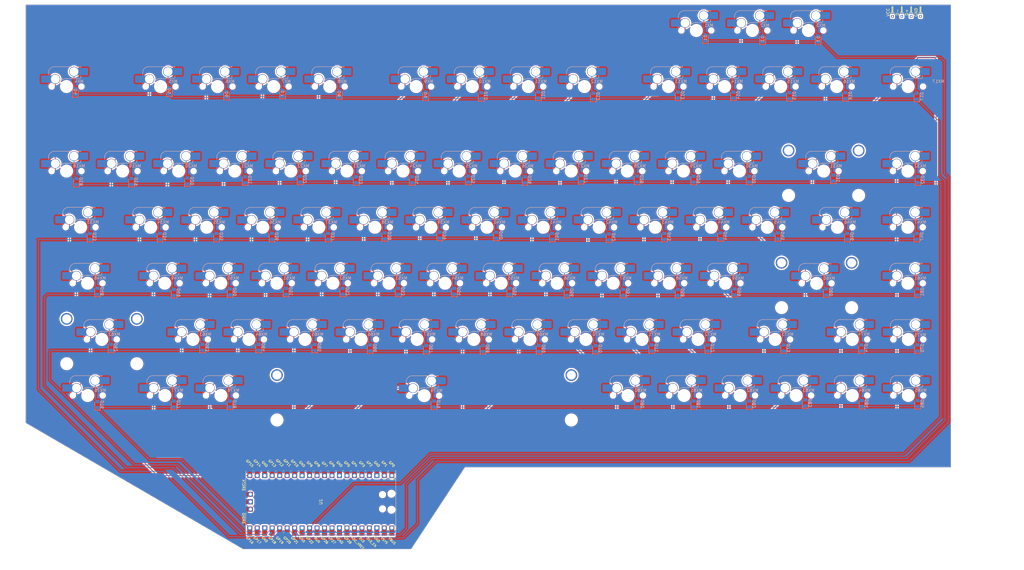
<source format=kicad_pcb>
(kicad_pcb (version 20221018) (generator pcbnew)
  (layers (0 "F.Cu" signal) (31 "B.Cu" signal) (34 "B.Paste" user) (35 "F.Paste" user) (36 "B.SilkS" user "B.Silkscreen") (37 "F.SilkS" user "F.Silkscreen") (38 "B.Mask" user) (39 "F.Mask" user) (44 "Edge.Cuts" user))
  (net 0 "")
  (net 1 "Net-(D1-K)")
  (net 2 "Net-(D1-A)")
  (net 3 "Net-(D10-K)")
  (net 4 "Net-(D2-A)")
  (net 5 "Net-(D18-K)")
  (net 6 "Net-(D3-A)")
  (net 7 "Net-(D33-K)")
  (net 8 "Net-(D4-A)")
  (net 9 "Net-(D48-K)")
  (net 10 "Net-(D5-A)")
  (net 11 "Net-(D62-K)")
  (net 12 "Net-(D6-A)")
  (net 13 "Net-(D76-K)")
  (net 14 "Net-(D7-A)")
  (net 15 "Net-(U1-GPIO6)")
  (net 16 "Net-(D8-A)")
  (net 17 "Net-(U1-GPIO4)")
  (net 18 "Net-(D9-A)")
  (net 19 "Net-(U1-GPIO3)")
  (net 20 "Net-(D10-A)")
  (net 21 "Net-(U1-GPIO15)")
  (net 22 "Net-(D11-A)")
  (net 23 "Net-(U1-GPIO13)")
  (net 24 "Net-(D12-A)")
  (net 25 "Net-(U1-GPIO12)")
  (net 26 "Net-(D13-A)")
  (net 27 "Net-(U1-GPIO11)")
  (net 28 "Net-(D14-A)")
  (net 29 "Net-(U1-GPIO10)")
  (net 30 "Net-(D15-A)")
  (net 31 "Net-(U1-GPIO9)")
  (net 32 "Net-(D16-A)")
  (net 33 "Net-(U1-GPIO8)")
  (net 34 "Net-(D17-A)")
  (net 35 "Net-(U1-GPIO7)")
  (net 36 "Net-(D18-A)")
  (net 37 "Net-(U1-GPIO2)")
  (net 38 "Net-(D19-A)")
  (net 39 "Net-(U1-GPIO0)")
  (net 40 "Net-(D20-A)")
  (net 41 "Net-(U1-GPIO1)")
  (net 42 "Net-(D21-A)")
  (net 43 "Net-(D22-A)")
  (net 44 "Net-(D23-A)")
  (net 45 "Net-(D24-A)")
  (net 46 "Net-(D25-A)")
  (net 47 "Net-(D26-A)")
  (net 48 "Net-(D27-A)")
  (net 49 "Net-(D28-A)")
  (net 50 "Net-(D29-A)")
  (net 51 "Net-(D30-A)")
  (net 52 "Net-(D31-A)")
  (net 53 "Net-(D32-A)")
  (net 54 "Net-(D33-A)")
  (net 55 "Net-(D34-A)")
  (net 56 "Net-(D35-A)")
  (net 57 "Net-(D36-A)")
  (net 58 "Net-(D37-A)")
  (net 59 "Net-(D38-A)")
  (net 60 "Net-(D39-A)")
  (net 61 "Net-(D40-A)")
  (net 62 "Net-(D41-A)")
  (net 63 "Net-(D42-A)")
  (net 64 "Net-(D43-A)")
  (net 65 "Net-(D44-A)")
  (net 66 "Net-(D45-A)")
  (net 67 "Net-(D46-A)")
  (net 68 "Net-(D47-A)")
  (net 69 "Net-(D48-A)")
  (net 70 "Net-(D49-A)")
  (net 71 "Net-(D50-A)")
  (net 72 "Net-(D51-A)")
  (net 73 "Net-(D52-A)")
  (net 74 "Net-(D53-A)")
  (net 75 "Net-(D54-A)")
  (net 76 "Net-(D55-A)")
  (net 77 "Net-(D56-A)")
  (net 78 "Net-(D57-A)")
  (net 79 "Net-(D58-A)")
  (net 80 "Net-(D59-A)")
  (net 81 "Net-(D60-A)")
  (net 82 "Net-(D61-A)")
  (net 83 "Net-(D62-A)")
  (net 84 "Net-(D63-A)")
  (net 85 "Net-(D64-A)")
  (net 86 "Net-(D65-A)")
  (net 87 "Net-(D66-A)")
  (net 88 "Net-(D67-A)")
  (net 89 "Net-(D68-A)")
  (net 90 "Net-(D69-A)")
  (net 91 "Net-(D70-A)")
  (net 92 "Net-(D71-A)")
  (net 93 "Net-(D72-A)")
  (net 94 "Net-(D73-A)")
  (net 95 "Net-(D74-A)")
  (net 96 "Net-(D75-A)")
  (net 97 "Net-(D76-A)")
  (net 98 "Net-(D77-A)")
  (net 99 "Net-(D78-A)")
  (net 100 "Net-(D79-A)")
  (net 101 "Net-(D80-A)")
  (net 102 "Net-(D81-A)")
  (net 103 "Net-(D82-A)")
  (net 104 "Net-(D83-A)")
  (net 105 "Net-(D84-A)")
  (net 106 "Net-(D85-A)")
  (net 108 "unconnected-(U1-GPIO5-Pad7)")
  (net 128 "Net-(U1-GPIO14)")
  (footprint "Connector_PinHeader_1.00mm:PinHeader_1x01_P1.00mm_Horizontal" (layer "F.Cu") (at 315.8926 19.8425 90)
    (fp_text reference "VCC")
    (fp_text value "")
  )
  (footprint "Connector_PinHeader_1.00mm:PinHeader_1x01_P1.00mm_Horizontal" (layer "F.Cu") (at 322.2422 19.8425 90)
    (fp_text reference "D+")
    (fp_text value "")
  )
  (footprint "PCM_marbastlib-mx:STAB_MX_P_6.25u" (layer "F.Cu") (at 156.796 148.706)
    (fp_text reference "REF**" hide)
    (fp_text value "STAB_MX_P_6.25u")
  )
  (footprint "PCM_marbastlib-mx:STAB_MX_P_2.25u" (layer "F.Cu") (at 47.2796 129.594)
    (fp_text reference "MX60" hide)
    (fp_text value "MX_SW_HS")
  )
  (footprint "PCM_marbastlib-mx:STAB_MX_P_2u" (layer "F.Cu") (at 292.504 72.416)
    (fp_text reference "MX31" hide)
    (fp_text value "MX_SW_HS")
  )
  (footprint "Connector_PinHeader_1.00mm:PinHeader_1x01_P1.00mm_Horizontal" (layer "F.Cu") (at 325.417 19.8425 90)
    (fp_text reference "GND")
    (fp_text value "")
  )
  (footprint "PCM_marbastlib-mx:STAB_MX_P_2.25u" (layer "F.Cu") (at 290.123 110.548)
    (fp_text reference "MX60" hide)
    (fp_text value "MX_SW_HS")
  )
  (footprint "MCU_RaspberryPi_and_Boards:RPi_Pico_SMD_TH" (layer "F.Cu") (at 121.6796 184.7496 -90)
    (fp_text reference "U1")
    (fp_text value "Pico")
  )
  (footprint "Connector_PinHeader_1.00mm:PinHeader_1x01_P1.00mm_Horizontal" (layer "F.Cu") (at 319.0674 19.8425 90)
    (fp_text reference "D-")
    (fp_text value "")
  )
  (footprint "Diode_SMD:D_0805_2012Metric_Pad1.15x1.40mm_HandSolder" (layer "B.Cu") (at 90.8672 151.5446 90)
    (fp_text reference "D78")
    (fp_text value "D_Small")
  )
  (footprint "PCM_marbastlib-mx:SW_MX_HS_1u" (layer "B.Cu") (at 125.7856 110.5088 180)
    (fp_text reference "MX52")
    (fp_text value "MX_SW_HS")
  )
  (footprint "Diode_SMD:D_0805_2012Metric_Pad1.15x1.40mm_HandSolder" (layer "B.Cu") (at 89.6768 46.3926 90)
    (fp_text reference "D6")
    (fp_text value "D_Small")
  )
  (footprint "PCM_marbastlib-mx:SW_MX_HS_1u" (layer "B.Cu") (at 67.2505 43.6872 180)
    (fp_text reference "MX5")
    (fp_text value "MX_SW_HS")
  )
  (footprint "PCM_marbastlib-mx:SW_MX_HS_1u" (layer "B.Cu") (at 264.1308 148.6408 180)
    (fp_text reference "MX82")
    (fp_text value "MX_SW_HS")
  )
  (footprint "PCM_marbastlib-mx:SW_MX_HS_1u" (layer "B.Cu") (at 182.9248 110.5088 180)
    (fp_text reference "MX55")
    (fp_text value "MX_SW_HS")
  )
  (footprint "Diode_SMD:D_0805_2012Metric_Pad1.15x1.40mm_HandSolder" (layer "B.Cu") (at 38.688 75.9542 90)
    (fp_text reference "D18")
    (fp_text value "D_Small")
  )
  (footprint "PCM_marbastlib-mx:SW_MX_HS_1u" (layer "B.Cu") (at 35.2958 43.6872 180)
    (fp_text reference "MX4")
    (fp_text value "MX_SW_HS")
  )
  (footprint "PCM_marbastlib-mx:SW_MX_HS_1u" (layer "B.Cu") (at 178.1452 91.5016 180)
    (fp_text reference "MX40")
    (fp_text value "MX_SW_HS")
  )
  (footprint "Diode_SMD:D_0805_2012Metric_Pad1.15x1.40mm_HandSolder" (layer "B.Cu") (at 224.3904 113.6502 90)
    (fp_text reference "D57")
    (fp_text value "D_Small")
  )
  (footprint "Diode_SMD:D_0805_2012Metric_Pad1.15x1.40mm_HandSolder" (layer "B.Cu") (at 152.768 75.359 90)
    (fp_text reference "D24")
    (fp_text value "D_Small")
  )
  (footprint "Diode_SMD:D_0805_2012Metric_Pad1.15x1.40mm_HandSolder" (layer "B.Cu") (at 127.968 46.1942 90)
    (fp_text reference "D8")
    (fp_text value "D_Small")
  )
  (footprint "PCM_marbastlib-mx:SW_MX_HS_1u" (layer "B.Cu") (at 226.038 148.6408 180)
    (fp_text reference "MX80")
    (fp_text value "MX_SW_HS")
  )
  (footprint "PCM_marbastlib-mx:SW_MX_HS_1u" (layer "B.Cu") (at 97.2764 129.5944 180)
    (fp_text reference "MX64")
    (fp_text value "MX_SW_HS")
  )
  (footprint "PCM_marbastlib-mx:SW_MX_HS_1u" (layer "B.Cu") (at 187.722 72.416 180)
    (fp_text reference "MX26")
    (fp_text value "MX_SW_HS")
  )
  (footprint "Diode_SMD:D_0805_2012Metric_Pad1.15x1.40mm_HandSolder" (layer "B.Cu") (at 50.3936 132.2998 90)
    (fp_text reference "D62")
    (fp_text value "D_Small")
  )
  (footprint "PCM_marbastlib-mx:SW_MX_HS_1u" (layer "B.Cu") (at 296.9476 43.6872 180)
    (fp_text reference "MX16")
    (fp_text value "MX_SW_HS")
  )
  (footprint "Diode_SMD:D_0805_2012Metric_Pad1.15x1.40mm_HandSolder" (layer "B.Cu") (at 96.0256 75.359 90)
    (fp_text reference "D21")
    (fp_text value "D_Small")
  )
  (footprint "PCM_marbastlib-mx:SW_MX_HS_1.5u" (layer "B.Cu") (at 297.2032 91.5016 180)
    (fp_text reference "MX46")
    (fp_text value "MX_SW_HS")
  )
  (footprint "Diode_SMD:D_0805_2012Metric_Pad1.15x1.40mm_HandSolder" (layer "B.Cu") (at 195.6224 46.591 90)
    (fp_text reference "D11")
    (fp_text value "D_Small")
  )
  (footprint "PCM_marbastlib-mx:SW_MX_HS_1u" (layer "B.Cu") (at 321.27 148.6408 180)
    (fp_text reference "MX85")
    (fp_text value "MX_SW_HS")
  )
  (footprint "PCM_marbastlib-mx:SW_MX_HS_1u" (layer "B.Cu") (at 192.1792 43.6872 180)
    (fp_text reference "MX11")
    (fp_text value "MX_SW_HS")
  )
  (footprint "Diode_SMD:D_0805_2012Metric_Pad1.15x1.40mm_HandSolder" (layer "B.Cu") (at 299.9808 46.7894 90)
    (fp_text reference "D16")
    (fp_text value "D_Small")
  )
  (footprint "Diode_SMD:D_0805_2012Metric_Pad1.15x1.40mm_HandSolder" (layer "B.Cu") (at 290.656 27.5446 90)
    (fp_text reference "D3")
    (fp_text value "D_Small")
  )
  (footprint "Diode_SMD:D_0805_2012Metric_Pad1.15x1.40mm_HandSolder" (layer "B.Cu") (at 105.152 94.6038 90)
    (fp_text reference "D36")
    (fp_text value "D_Small")
  )
  (footprint "PCM_marbastlib-mx:SW_MX_HS_1u" (layer "B.Cu") (at 168.6756 72.416 180)
    (fp_text reference "MX25")
    (fp_text value "MX_SW_HS")
  )
  (footprint "PCM_marbastlib-mx:SW_MX_HS_1u" (layer "B.Cu") (at 239.8012 43.6872 180)
    (fp_text reference "MX13")
    (fp_text value "MX_SW_HS")
  )
  (footprint "Diode_SMD:D_0805_2012Metric_Pad1.15x1.40mm_HandSolder" (layer "B.Cu") (at 257.5232 94.4054 90)
    (fp_text reference "D44")
    (fp_text value "D_Small")
  )
  (footprint "PCM_marbastlib-mx:SW_MX_HS_1u" (layer "B.Cu") (at 206.754 72.416 180)
    (fp_text reference "MX27")
    (fp_text value "MX_SW_HS")
  )
  (footprint "Diode_SMD:D_0805_2012Metric_Pad1.15x1.40mm_HandSolder" (layer "B.Cu") (at 90.8672 113.4518 90)
    (fp_text reference "D50")
    (fp_text value "D_Small")
  )
  (footprint "Diode_SMD:D_0805_2012Metric_Pad1.15x1.40mm_HandSolder" (layer "B.Cu") (at 191.0592 75.359 90)
    (fp_text reference "D26")
    (fp_text value "D_Small")
  )
  (footprint "PCM_marbastlib-mx:SW_MX_HS_1u" (layer "B.Cu") (at 201.9712 110.5088 180)
    (fp_text reference "MX56")
    (fp_text value "MX_SW_HS")
  )
  (footprint "PCM_marbastlib-mx:SW_MX_HS_1u" (layer "B.Cu") (at 82.9312 91.5016 180)
    (fp_text reference "MX35")
    (fp_text value "MX_SW_HS")
  )
  (footprint "PCM_marbastlib-mx:SW_MX_HS_1.75u" (layer "B.Cu") (at 276.0348 129.5944 180)
    (fp_text reference "MX73")
    (fp_text value "MX_SW_HS")
  )
  (footprint "Diode_SMD:D_0805_2012Metric_Pad1.15x1.40mm_HandSolder" (layer "B.Cu") (at 271.808 27.5446 90)
    (fp_text reference "D2")
    (fp_text value "D_Small")
  )
  (footprint "PCM_marbastlib-mx:SW_MX_HS_1u" (layer "B.Cu") (at 321.2092 43.6872 180)
    (fp_text reference "MX17")
    (fp_text value "MX_SW_HS")
  )
  (footprint "Diode_SMD:D_0805_2012Metric_Pad1.15x1.40mm_HandSolder" (layer "B.Cu") (at 267.2448 75.1606 90)
    (fp_text reference "D30")
    (fp_text value "D_Small")
  )
  (footprint "PCM_marbastlib-mx:SW_MX_HS_1u" (layer "B.Cu") (at 124.7147 43.6872 180)
    (fp_text reference "MX8")
    (fp_text value "MX_SW_HS")
  )
  (footprint "Diode_SMD:D_0805_2012Metric_Pad1.15x1.40mm_HandSolder" (layer "B.Cu") (at 252.3648 27.1808 90)
    (fp_text reference "D1")
    (fp_text value "D_Small")
  )
  (footprint "PCM_marbastlib-mx:SW_MX_HS_1u" (layer "B.Cu") (at 173.1304 43.6872 180)
    (fp_text reference "MX10")
    (fp_text value "MX_SW_HS")
  )
  (footprint "Diode_SMD:D_0805_2012Metric_Pad1.15x1.40mm_HandSolder" (layer "B.Cu") (at 300.576 94.6038 90)
    (fp_text reference "D46")
    (fp_text value "D_Small")
  )
  (footprint "Diode_SMD:D_0805_2012Metric_Pad1.15x1.40mm_HandSolder" (layer "B.Cu") (at 129.1584 113.2534 90)
    (fp_text reference "D52")
    (fp_text value "D_Small")
  )
  (footprint "PCM_marbastlib-mx:SW_MX_HS_1u" (layer "B.Cu") (at 263.8932 72.416 180)
    (fp_text reference "MX30")
    (fp_text value "MX_SW_HS")
  )
  (footprint "PCM_marbastlib-mx:SW_MX_HS_1u" (layer "B.Cu") (at 159.0988 91.5016 180)
    (fp_text reference "MX39")
    (fp_text value "MX_SW_HS")
  )
  (footprint "PCM_marbastlib-mx:SW_MX_HS_1u" (layer "B.Cu") (at 192.7068 129.5944 180)
    (fp_text reference "MX69")
    (fp_text value "MX_SW_HS")
  )
  (footprint "Diode_SMD:D_0805_2012Metric_Pad1.15x1.40mm_HandSolder" (layer "B.Cu") (at 305.3376 132.4982 90)
    (fp_text reference "D74")
    (fp_text value "D_Small")
  )
  (footprint "Diode_SMD:D_0805_2012Metric_Pad1.15x1.40mm_HandSolder" (layer "B.Cu") (at 76.384 75.7558 90)
    (fp_text reference "D20")
    (fp_text value "D_Small")
  )
  (footprint "Diode_SMD:D_0805_2012Metric_Pad1.15x1.40mm_HandSolder" (layer "B.Cu") (at 119.6352 132.2998 90)
    (fp_text reference "D65")
    (fp_text value "D_Small")
  )
  (footprint "Diode_SMD:D_0805_2012Metric_Pad1.15x1.40mm_HandSolder" (layer "B.Cu") (at 160.1088 151.5446 90)
    (fp_text reference "D79")
    (fp_text value "D_Small")
  )
  (footprint "Diode_SMD:D_0805_2012Metric_Pad1.15x1.40mm_HandSolder" (layer "B.Cu") (at 324.4444 151.3792 90)
    (fp_text reference "D85")
    (fp_text value "D_Small")
  )
  (footprint "PCM_marbastlib-mx:SW_MX_HS_1u" (layer "B.Cu") (at 240.064 110.5088 180)
    (fp_text reference "MX58")
    (fp_text value "MX_SW_HS")
  )
  (footprint "PCM_marbastlib-mx:SW_MX_HS_1u" (layer "B.Cu") (at 321.1152 72.416 180)
    (fp_text reference "MX32")
    (fp_text value "MX_SW_HS")
  )
  (footprint "PCM_marbastlib-mx:SW_MX_HS_1u" (layer "B.Cu") (at 154.4156 129.5944 180)
    (fp_text reference "MX67")
    (fp_text value "MX_SW_HS")
  )
  (footprint "Diode_SMD:D_0805_2012Metric_Pad1.15x1.40mm_HandSolder" (layer "B.Cu") (at 200.384 94.6038 90)
    (fp_text reference "D41")
    (fp_text value "D_Small")
  )
  (footprint "Diode_SMD:D_0805_2012Metric_Pad1.15x1.40mm_HandSolder" (layer "B.Cu") (at 45.8304 113.2534 90)
    (fp_text reference "D48")
    (fp_text value "D_Small")
  )
  (footprint "PCM_marbastlib-mx:SW_MX_HS_1u" (layer "B.Cu") (at 87.6928 110.5088 180)
    (fp_text reference "MX50")
    (fp_text value "MX_SW_HS")
  )
  (footprint "PCM_marbastlib-mx:SW_MX_HS_1u" (layer "B.Cu") (at 259.1708 110.5088 180)
    (fp_text reference "MX59")
    (fp_text value "MX_SW_HS")
  )
  (footprint "PCM_marbastlib-mx:SW_MX_HS_1u" (layer "B.Cu") (at 244.8612 72.416 180)
    (fp_text reference "MX29")
    (fp_text value "MX_SW_HS")
  )
  (footprint "PCM_marbastlib-mx:SW_MX_HS_1u" (layer "B.Cu") (at 121.006 91.5016 180)
    (fp_text reference "MX37")
    (fp_text value "MX_SW_HS")
  )
  (footprint "Diode_SMD:D_0805_2012Metric_Pad1.15x1.40mm_HandSolder" (layer "B.Cu") (at 210.1056 74.9622 90)
    (fp_text reference "D27")
    (fp_text value "D_Small")
  )
  (footprint "Diode_SMD:D_0805_2012Metric_Pad1.15x1.40mm_HandSolder" (layer "B.Cu") (at 86.304 94.6038 90)
    (fp_text reference "D35")
    (fp_text value "D_Small")
  )
  (footprint "PCM_marbastlib-mx:SW_MX_HS_1u" (layer "B.Cu") (at 63.8848 91.5016 180)
    (fp_text reference "MX34")
    (fp_text value "MX_SW_HS")
  )
  (footprint "Diode_SMD:D_0805_2012Metric_Pad1.15x1.40mm_HandSolder" (layer "B.Cu") (at 176.1792 46.7894 90)
    (fp_text reference "D10")
    (fp_text value "D_Small")
  )
  (footprint "Diode_SMD:D_0805_2012Metric_Pad1.15x1.40mm_HandSolder" (layer "B.Cu") (at 162.0928 94.207 90)
    (fp_text reference "D39")
    (fp_text value "D_Small")
  )
  (footprint "Diode_SMD:D_0805_2012Metric_Pad1.15x1.40mm_HandSolder" (layer "B.Cu") (at 67.0592 94.6038 90)
    (fp_text reference "D34")
    (fp_text value "D_Small")
  )
  (footprint "Diode_SMD:D_0805_2012Metric_Pad1.15x1.40mm_HandSolder" (layer "B.Cu") (at 295.8144 74.7968 90)
    (fp_text reference "D31")
    (fp_text value "D_Small")
  )
  (footprint "PCM_marbastlib-mx:SW_MX_HS_1u" (layer "B.Cu") (at 273.3772 91.5016 180)
    (fp_text reference "MX45")
    (fp_text value "MX_SW_HS")
  )
  (footprint "Diode_SMD:D_0805_2012Metric_Pad1.15x1.40mm_HandSolder" (layer "B.Cu") (at 38.3516 45.4728 90)
    (fp_text reference "D4")
    (fp_text value "D_Small")
  )
  (footprint "PCM_marbastlib-mx:SW_MX_HS_1u" (layer "B.Cu") (at 68.7068 148.6408 180)
    (fp_text reference "MX77")
    (fp_text value "MX_SW_HS")
  )
  (footprint "Diode_SMD:D_0805_2012Metric_Pad1.15x1.40mm_HandSolder" (layer "B.Cu") (at 57.3376 75.9542 90)
    (fp_text reference "D19")
    (fp_text value "D_Small")
  )
  (footprint "PCM_marbastlib-mx:SW_MX_HS_1u" (layer "B.Cu") (at 106.7392 110.5088 180)
    (fp_text reference "MX51")
    (fp_text value "MX_SW_HS")
  )
  (footprint "PCM_marbastlib-mx:SW_MX_HS_1u" (layer "B.Cu") (at 173.6604 129.5944 180)
    (fp_text reference "MX68")
    (fp_text value "MX_SW_HS")
  )
  (footprint "PCM_marbastlib-mx:SW_MX_HS_1u" (layer "B.Cu") (at 321.27 129.5944 180)
    (fp_text reference "MX75")
    (fp_text value "MX_SW_HS")
  )
  (footprint "PCM_marbastlib-mx:SW_MX_HS_1u" (layer "B.Cu") (at 268.2972 24.6408 180)
    (fp_text reference "MX2")
    (fp_text value "MX_SW_HS")
  )
  (footprint "Diode_SMD:D_0805_2012Metric_Pad1.15x1.40mm_HandSolder" (layer "B.Cu") (at 286.2912 151.1478 90)
    (fp_text reference "D83")
    (fp_text value "D_Small")
  )
  (footprint "Diode_SMD:D_0805_2012Metric_Pad1.15x1.40mm_HandSolder" (layer "B.Cu") (at 195.8208 132.6966 90)
    (fp_text reference "D69")
    (fp_text value "D_Small")
  )
  (footprint "PCM_marbastlib-mx:SW_MX_HS_1u" (layer "B.Cu") (at 130.5472 72.416 180)
    (fp_text reference "MX23")
    (fp_text value "MX_SW_HS")
  )
  (footprint "Diode_SMD:D_0805_2012Metric_Pad1.15x1.40mm_HandSolder" (layer "B.Cu") (at 248.3968 75.1606 90)
    (fp_text reference "D29")
    (fp_text value "D_Small")
  )
  (footprint "Diode_SMD:D_0805_2012Metric_Pad1.15x1.40mm_HandSolder" (layer "B.Cu") (at 43.2512 94.6368 90)
    (fp_text reference "D33")
    (fp_text value "D_Small")
  )
  (footprint "Diode_SMD:D_0805_2012Metric_Pad1.15x1.40mm_HandSolder" (layer "B.Cu") (at 229.3504 151.5446 90)
    (fp_text reference "D80")
    (fp_text value "D_Small")
  )
  (footprint "PCM_marbastlib-mx:SW_MX_HS_1u" (layer "B.Cu") (at 135.3692 129.5944 180)
    (fp_text reference "MX66")
    (fp_text value "MX_SW_HS")
  )
  (footprint "Diode_SMD:D_0805_2012Metric_Pad1.15x1.40mm_HandSolder" (layer "B.Cu") (at 157.5296 132.6966 90)
    (fp_text reference "D67")
    (fp_text value "D_Small")
  )
  (footprint "PCM_marbastlib-mx:SW_MX_HS_1u" (layer "B.Cu") (at 163.8784 110.5088 180)
    (fp_text reference "MX54")
    (fp_text value "MX_SW_HS")
  )
  (footprint "PCM_marbastlib-mx:SW_MX_HS_1u" (layer "B.Cu") (at 54.3436 72.416 180)
    (fp_text reference "MX19")
    (fp_text value "MX_SW_HS")
  )
  (footprint "Diode_SMD:D_0805_2012Metric_Pad1.15x1.40mm_HandSolder" (layer "B.Cu") (at 185.9008 113.2534 90)
    (fp_text reference "D55")
    (fp_text value "D_Small")
  )
  (footprint "Diode_SMD:D_0805_2012Metric_Pad1.15x1.40mm_HandSolder" (layer "B.Cu") (at 45.8304 151.743 90)
    (fp_text reference "D76")
    (fp_text value "D_Small")
  )
  (footprint "Diode_SMD:D_0805_2012Metric_Pad1.15x1.40mm_HandSolder" (layer "B.Cu") (at 100.5888 132.2998 90)
    (fp_text reference "D64")
    (fp_text value "D_Small")
  )
  (footprint "Diode_SMD:D_0805_2012Metric_Pad1.15x1.40mm_HandSolder" (layer "B.Cu") (at 305.536 151.3792 90)
    (fp_text reference "D84")
    (fp_text value "D_Small")
  )
  (footprint "Diode_SMD:D_0805_2012Metric_Pad1.15x1.40mm_HandSolder" (layer "B.Cu") (at 133.7216 75.359 90)
    (fp_text reference "D23")
    (fp_text value "D_Small")
  )
  (footprint "PCM_marbastlib-mx:SW_MX_HS_1u" (layer "B.Cu") (at 290.12345 110.548 180)
    (fp_text reference "MX60")
    (fp_text value "MX_SW_HS")
  )
  (footprint "PCM_marbastlib-mx:SW_MX_HS_1u" (layer "B.Cu") (at 321.1152 110.5088 180)
    (fp_text reference "MX61")
    (fp_text value "MX_SW_HS")
  )
  (footprint "PCM_marbastlib-mx:SW_MX_HS_1u" (layer "B.Cu") (at 140.0524 91.5016 180)
    (fp_text reference "MX38")
    (fp_text value "MX_SW_HS")
  )
  (footprint "Diode_SMD:D_0805_2012Metric_Pad1.15x1.40mm_HandSolder" (layer "B.Cu") (at 276.9664 94.4054 90)
    (fp_text reference "D45")
    (fp_text value "D_Small")
  )
  (footprint "Diode_SMD:D_0805_2012Metric_Pad1.15x1.40mm_HandSolder" (layer "B.Cu") (at 171.8144 75.1606 90)
    (fp_text reference "D25")
    (fp_text value "D_Small")
  )
  (footprint "Diode_SMD:D_0805_2012Metric_Pad1.15x1.40mm_HandSolder" (layer "B.Cu") (at 109.9136 113.2534 90)
    (fp_text reference "D51")
    (fp_text value "D_Small")
  )
  (footprint "PCM_marbastlib-mx:SW_MX_HS_1u" (layer "B.Cu") (at 116.3228 129.5944 180)
    (fp_text reference "MX65")
    (fp_text value "MX_SW_HS")
  )
  (footprint "Diode_SMD:D_0805_2012Metric_Pad1.15x1.40mm_HandSolder" (layer "B.Cu") (at 148.0064 113.2534 90)
    (fp_text reference "D53")
    (fp_text value "D_Small")
  )
  (footprint "PCM_marbastlib-mx:SW_MX_HS_1u" (layer "B.Cu") (at 283.1772 148.6408 180)
    (fp_text reference "MX83")
    (fp_text value "MX_SW_HS")
  )
  (footprint "PCM_marbastlib-mx:SW_MX_HS_1u" (layer "B.Cu") (at 73.39 72.416 180)
    (fp_text reference "MX20")
    (fp_text value "MX_SW_HS")
  )
  (footprint "PCM_marbastlib-mx:SW_MX_HS_1u" (layer "B.Cu") (at 302.2236 148.6408 180)
    (fp_text reference "MX84")
    (fp_text value "MX_SW_HS")
  )
  (footprint "PCM_marbastlib-mx:SW_MX_HS_1u" (layer "B.Cu") (at 78.23 129.5944 180)
    (fp_text reference "MX63")
    (fp_text value "MX_SW_HS")
  )
  (footprint "PCM_marbastlib-mx:SW_MX_HS_1u" (layer "B.Cu") (at 68.6464 110.5088 180)
    (fp_text reference "MX49")
    (fp_text value "MX_SW_HS")
  )
  (footprint "PCM_marbastlib-mx:SW_MX_HS_1u" (layer "B.Cu") (at 35.2958 72.416 180)
    (fp_text reference "MX18")
    (fp_text value "MX_SW_HS")
  )
  (footprint "Diode_SMD:D_0805_2012Metric_Pad1.15x1.40mm_HandSolder" (layer "B.Cu") (at 267.2448 151.5446 90)
    (fp_text reference "D82")
    (fp_text value "D_Small")
  )
  (footprint "PCM_marbastlib-mx:SW_MX_HS_1.75u" (layer "B.Cu") (at 42.518 148.6408 180)
    (fp_text reference "MX76")
    (fp_text value "MX_SW_HS")
  )
  (footprint "Diode_SMD:D_0805_2012Metric_Pad1.15x1.40mm_HandSolder" (layer "B.Cu") (at 143.4432 94.4054 90)
    (fp_text reference "D38")
    (fp_text value "D_Small")
  )
  (footprint "Diode_SMD:D_0805_2012Metric_Pad1.15x1.40mm_HandSolder" (layer "B.Cu") (at 253.1584 132.4982 90)
    (fp_text reference "D72")
    (fp_text value "D_Small")
  )
  (footprint "Diode_SMD:D_0805_2012Metric_Pad1.15x1.40mm_HandSolder" (layer "B.Cu") (at 176.7744 132.6966 90)
    (fp_text reference "D68")
    (fp_text value "D_Small")
  )
  (footprint "PCM_marbastlib-mx:SW_MX_HS_1u" (layer "B.Cu") (at 149.6148 72.416 180)
    (fp_text reference "MX24")
    (fp_text value "MX_SW_HS")
  )
  (footprint "Diode_SMD:D_0805_2012Metric_Pad1.15x1.40mm_HandSolder" (layer "B.Cu") (at 234.112 132.4982 90)
    (fp_text reference "D71")
    (fp_text value "D_Small")
  )
  (footprint "Diode_SMD:D_0805_2012Metric_Pad1.15x1.40mm_HandSolder" (layer "B.Cu") (at 293.4336 113.4518 90)
    (fp_text reference "D60")
    (fp_text value "D_Small")
  )
  (footprint "PCM_marbastlib-mx:SW_MX_HS_1u" (layer "B.Cu") (at 221.0176 110.5088 180)
    (fp_text reference "MX57")
    (fp_text value "MX_SW_HS")
  )
  (footprint "Diode_SMD:D_0805_2012Metric_Pad1.15x1.40mm_HandSolder" (layer "B.Cu") (at 181.3376 94.207 90)
    (fp_text reference "D40")
    (fp_text value "D_Small")
  )
  (footprint "PCM_marbastlib-mx:SW_MX_HS_1u" (layer "B.Cu") (at 245.0844 148.6408 180)
    (fp_text reference "MX81")
    (fp_text value "MX_SW_HS")
  )
  (footprint "Diode_SMD:D_0805_2012Metric_Pad1.15x1.40mm_HandSolder" (layer "B.Cu") (at 243.04 113.6502 90)
    (fp_text reference "D58")
    (fp_text value "D_Small")
  )
  (footprint "PCM_marbastlib-mx:SW_MX_HS_1.75u" (layer "B.Cu") (at 42.4576 110.5088 180)
    (fp_text reference "MX48")
    (fp_text value "MX_SW_HS")
  )
  (footprint "PCM_marbastlib-mx:SW_MX_HS_1u" (layer "B.Cu") (at 225.8148 72.416 180)
    (fp_text reference "MX28")
    (fp_text value "MX_SW_HS")
  )
  (footprint "Diode_SMD:D_0805_2012Metric_Pad1.15x1.40mm_HandSolder" (layer "B.Cu") (at 138.4832 132.4982 90)
    (fp_text reference "D66")
    (fp_text value "D_Small")
  )
  (footprint "PCM_marbastlib-mx:SW_MX_HS_1u" (layer "B.Cu") (at 258.85 43.6872 180)
    (fp_text reference "MX14")
    (fp_text value "MX_SW_HS")
  )
  (footprint "Diode_SMD:D_0805_2012Metric_Pad1.15x1.40mm_HandSolder" (layer "B.Cu") (at 124.1984 94.6038 90)
    (fp_text reference "D37")
    (fp_text value "D_Small")
  )
  (footprint "PCM_marbastlib-mx:SW_MX_HS_1u" (layer "B.Cu") (at 111.5008 72.416 180)
    (fp_text reference "MX22")
    (fp_text value "MX_SW_HS")
  )
  (footprint "PCM_marbastlib-mx:SW_MX_HS_1u" (layer "B.Cu") (at 287.3436 24.6408 180)
    (fp_text reference "MX3")
    (fp_text value "MX_SW_HS")
  )
  (footprint "Diode_SMD:D_0805_2012Metric_Pad1.15x1.40mm_HandSolder" (layer "B.Cu") (at 324.384 132.4982 90)
    (fp_text reference "D75")
    (fp_text value "D_Small")
  )
  (footprint "Diode_SMD:D_0805_2012Metric_Pad1.15x1.40mm_HandSolder" (layer "B.Cu") (at 324.1856 94.6038 90)
    (fp_text reference "D47")
    (fp_text value "D_Small")
  )
  (footprint "Diode_SMD:D_0805_2012Metric_Pad1.15x1.40mm_HandSolder" (layer "B.Cu") (at 238.4768 94.6038 90)
    (fp_text reference "D43")
    (fp_text value "D_Small")
  )
  (footprint "PCM_marbastlib-mx:SW_MX_HS_1u" (layer "B.Cu") (at 105.6659 43.6872 180)
    (fp_text reference "MX7")
    (fp_text value "MX_SW_HS")
  )
  (footprint "PCM_marbastlib-mx:SW_MX_HS_1u" (layer "B.Cu") (at 211.228 43.6872 180)
    (fp_text reference "MX12")
    (fp_text value "MX_SW_HS")
  )
  (footprint "PCM_marbastlib-mx:SW_MX_HS_1u" (layer "B.Cu") (at 292.504 72.416 180)
    (fp_text reference "MX31")
    (fp_text value "MX_SW_HS")
  )
  (footprint "PCM_marbastlib-mx:SW_MX_HS_1u" (layer "B.Cu") (at 156.7964 148.70565 180)
    (fp_text reference "MX79")
    (fp_text value "MX_SW_HS")
  )
  (footprint "Diode_SMD:D_0805_2012Metric_Pad1.15x1.40mm_HandSolder" (layer "B.Cu") (at 278.9504 132.4982 90)
    (fp_text reference "D73")
    (fp_text value "D_Small")
  )
  (footprint "PCM_marbastlib-mx:SW_MX_HS_1u" (layer "B.Cu") (at 86.6171 43.6872 180)
    (fp_text reference "MX6")
    (fp_text value "MX_SW_HS")
  )
  (footprint "Diode_SMD:D_0805_2012Metric_Pad1.15x1.40mm_HandSolder" (layer "B.Cu") (at 157.3312 46.591 90)
    (fp_text reference "D9")
    (fp_text value "D_Small")
  )
  (footprint "Diode_SMD:D_0805_2012Metric_Pad1.15x1.40mm_HandSolder" (layer "B.Cu") (at 219.6288 94.8022 90)
    (fp_text reference "D42")
    (fp_text value "D_Small")
  )
  (footprint "Diode_SMD:D_0805_2012Metric_Pad1.15x1.40mm_HandSolder" (layer "B.Cu") (at 214.272 46.9878 90)
    (fp_text reference "D12")
    (fp_text value "D_Small")
  )
  (footprint "Diode_SMD:D_0805_2012Metric_Pad1.15x1.40mm_HandSolder" (layer "B.Cu") (at 108.7232 46.0288 90)
    (fp_text reference "D7")
    (fp_text value "D_Small")
  )
  (footprint "PCM_marbastlib-mx:SW_MX_HS_1u" (layer "B.Cu") (at 216.238 91.5016 180)
    (fp_text reference "MX42")
    (fp_text value "MX_SW_HS")
  )
  (footprint "Diode_SMD:D_0805_2012Metric_Pad1.15x1.40mm_HandSolder" (layer "B.Cu") (at 114.6752 75.1606 90)
    (fp_text reference "D22")
    (fp_text value "D_Small")
  )
  (footprint "PCM_marbastlib-mx:SW_MX_HS_1u" (layer "B.Cu") (at 197.2308 91.5016 180)
    (fp_text reference "MX41")
    (fp_text value "MX_SW_HS")
  )
  (footprint "PCM_marbastlib-mx:SW_MX_HS_1u" (layer "B.Cu") (at 211.7532 129.5944 180)
    (fp_text reference "MX70")
    (fp_text value "MX_SW_HS")
  )
  (footprint "Diode_SMD:D_0805_2012Metric_Pad1.15x1.40mm_HandSolder" (layer "B.Cu") (at 261.888 46.591 90)
    (fp_text reference "D14")
    (fp_text value "D_Small")
  )
  (footprint "PCM_marbastlib-mx:SW_MX_HS_1u" (layer "B.Cu") (at 87.7532 148.6408 180)
    (fp_text reference "MX78")
    (fp_text value "MX_SW_HS")
  )
  (footprint "Diode_SMD:D_0805_2012Metric_Pad1.15x1.40mm_HandSolder" (layer "B.Cu") (at 324.5824 75.359 90)
    (fp_text reference "D32")
    (fp_text value "D_Small")
  )
  (footprint "Diode_SMD:D_0805_2012Metric_Pad1.15x1.40mm_HandSolder" (layer "B.Cu") (at 229.152 75.1606 90)
    (fp_text reference "D28")
    (fp_text value "D_Small")
  )
  (footprint "PCM_marbastlib-mx:SW_MX_HS_1u" (layer "B.Cu") (at 321.1152 91.5016 180)
    (fp_text reference "MX47")
    (fp_text value "MX_SW_HS")
  )
  (footprint "Diode_SMD:D_0805_2012Metric_Pad1.15x1.40mm_HandSolder" (layer "B.Cu") (at 70.2336 45.2352 90)
    (fp_text reference "D5")
    (fp_text value "D_Small")
  )
  (footprint "Diode_SMD:D_0805_2012Metric_Pad1.15x1.40mm_HandSolder" (layer "B.Cu") (at 205.344 113.6502 90)
    (fp_text reference "D56")
    (fp_text value "D_Small")
  )
  (footprint "PCM_marbastlib-mx:SW_MX_HS_1u" (layer "B.Cu") (at 249.2508 24.6408 180)
    (fp_text reference "MX1")
    (fp_text value "MX_SW_HS")
  )
  (footprint "Diode_SMD:D_0805_2012Metric_Pad1.15x1.40mm_HandSolder" (layer "B.Cu") (at 71.8208 113.6502 90)
    (fp_text reference "D49")
    (fp_text value "D_Small")
  )
  (footprint "PCM_marbastlib-mx:SW_MX_HS_1u" (layer "B.Cu") (at 277.8988 43.6872 180)
    (fp_text reference "MX15")
    (fp_text value "MX_SW_HS")
  )
  (footprint "Diode_SMD:D_0805_2012Metric_Pad1.15x1.40mm_HandSolder" (layer "B.Cu") (at 215.0656 132.6966 90)
    (fp_text reference "D70")
    (fp_text value "D_Small")
  )
  (footprint "Diode_SMD:D_0805_2012Metric_Pad1.15x1.40mm_HandSolder" (layer "B.Cu") (at 243.04 46.591 90)
    (fp_text reference "D13")
    (fp_text value "D_Small")
  )
  (footprint "PCM_marbastlib-mx:SW_MX_HS_1u" (layer "B.Cu") (at 101.9596 91.5016 180)
    (fp_text reference "MX36")
    (fp_text value "MX_SW_HS")
  )
  (footprint "PCM_marbastlib-mx:SW_MX_HS_1u" (layer "B.Cu") (at 144.832 110.5088 180)
    (fp_text reference "MX53")
    (fp_text value "MX_SW_HS")
  )
  (footprint "PCM_marbastlib-mx:SW_MX_HS_1u" (layer "B.Cu") (at 302.2236 129.5944 180)
    (fp_text reference "MX74")
    (fp_text value "MX_SW_HS")
  )
  (footprint "Diode_SMD:D_0805_2012Metric_Pad1.15x1.40mm_HandSolder" (layer "B.Cu") (at 262.2848 113.4518 90)
    (fp_text reference "D59")
    (fp_text value "D_Small")
  )
  (footprint "Diode_SMD:D_0805_2012Metric_Pad1.15x1.40mm_HandSolder" (layer "B.Cu") (at 167.0528 113.2534 90)
    (fp_text reference "D54")
    (fp_text value "D_Small")
  )
  (footprint "PCM_marbastlib-mx:SW_MX_HS_1u" (layer "B.Cu") (at 92.4544 72.416 180)
    (fp_text reference "MX21")
    (fp_text value "MX_SW_HS")
  )
  (footprint "PCM_marbastlib-mx:SW_MX_HS_1u" (layer "B.Cu") (at 230.7996 129.5944 180)
    (fp_text reference "MX71")
    (fp_text value "MX_SW_HS")
  )
  (footprint "Diode_SMD:D_0805_2012Metric_Pad1.15x1.40mm_HandSolder" (layer "B.Cu") (at 324.1856 46.9878 90)
    (fp_text reference "D17")
    (fp_text value "D_Small")
  )
  (footprint "Diode_SMD:D_0805_2012Metric_Pad1.15x1.40mm_HandSolder" (layer "B.Cu") (at 280.9344 46.7894 90)
    (fp_text reference "D15")
    (fp_text value "D_Small")
  )
  (footprint "PCM_marbastlib-mx:SW_MX_HS_1u" (layer "B.Cu") (at 254.3308 91.5016 180)
    (fp_text reference "MX44")
    (fp_text value "MX_SW_HS")
  )
  (footprint "PCM_marbastlib-mx:SW_MX_HS_1u" (layer "B.Cu") (at 249.846 129.5944 180)
    (fp_text reference "MX72")
    (fp_text value "MX_SW_HS")
  )
  (footprint "Diode_SMD:D_0805_2012Metric_Pad1.15x1.40mm_HandSolder" (layer "B.Cu") (at 324.384 113.4518 90)
    (fp_text reference "D61")
    (fp_text value "D_Small")
  )
  (footprint "Diode_SMD:D_0805_2012Metric_Pad1.15x1.40mm_HandSolder" (layer "B.Cu") (at 81.5424 132.2998 90)
    (fp_text reference "D63")
    (fp_text value "D_Small")
  )
  (footprint "PCM_marbastlib-mx:SW_MX_HS_1u" (layer "B.Cu") (at 47.2796 129.5944 180)
    (fp_text reference "MX62")
    (fp_text value "MX_SW_HS")
  )
  (footprint "Diode_SMD:D_0805_2012Metric_Pad1.15x1.40mm_HandSolder" (layer "B.Cu") (at 248.3968 151.5446 90)
    (fp_text reference "D81")
    (fp_text value "D_Small")
  )
  (footprint "PCM_marbastlib-mx:SW_MX_HS_1u" (layer "B.Cu") (at 154.0816 43.6872 180)
    (fp_text reference "MX9")
    (fp_text value "MX_SW_HS")
  )
  (footprint "PCM_marbastlib-mx:SW_MX_HS_1u" (layer "B.Cu") (at 235.3024 91.5016 180)
    (fp_text reference "MX43")
    (fp_text value "MX_SW_HS")
  )
  (footprint "PCM_marbastlib-mx:SW_MX_HS_1.5u" (layer "B.Cu") (at 40.0768 91.4624 180)
    (fp_text reference "MX33")
    (fp_text value "MX_SW_HS")
  )
  (footprint "Diode_SMD:D_0805_2012Metric_Pad1.15x1.40mm_HandSolder" (layer "B.Cu") (at 71.8208 151.5446 90)
    (fp_text reference "D77")
    (fp_text value "D_Small")
  )
  (gr_line (start 170.6455 173.0266) (end 335.7351 173.0266) (stroke (width 0.1)) (layer "Edge.Cuts"))
  (gr_line (start 335.7351 173.0266) (end 335.7351 15.874) (stroke (width 0.1)) (layer "Edge.Cuts"))
  (gr_line (start 152.3904 200.8061) (end 170.6455 173.0266) (stroke (width 0.1)) (layer "Edge.Cuts"))
  (gr_line (start 152.3904 200.8061) (end 95.244 200.8061) (stroke (width 0.1)) (layer "Edge.Cuts"))
  (gr_line (start 296.0501 15.874) (end 21.4299 15.874) (stroke (width 0.1)) (layer "Edge.Cuts"))
  (gr_line (start 296.0501 15.874) (end 335.7351 15.874) (stroke (width 0.1)) (layer "Edge.Cuts"))
  (gr_line (start 21.4299 157.9463) (end 95.244 200.8061) (stroke (width 0.1)) (layer "Edge.Cuts"))
  (gr_line (start 21.4299 15.874) (end 21.4299 157.9463) (stroke (width 0.1)) (layer "Edge.Cuts"))
  (segment (start 333.5104 35.1168) (end 333.5104 73.0112) (width 0.25) (layer "B.Cu") (net 1))
  (segment (start 332.1216 33.728) (end 333.5104 35.1168) (width 0.25) (layer "B.Cu") (net 1))
  (segment (start 149.792 197.0112) (end 113.6212 197.0112) (width 0.25) (layer "B.Cu") (net 1))
  (segment (start 271.4442 28.2058) (end 271.808 28.5696) (width 0.25) (layer "B.Cu") (net 1))
  (segment (start 154.5536 177.3696) (end 154.5536 192.2496) (width 0.25) (layer "B.Cu") (net 1))
  (segment (start 334.8992 157.728) (end 321.6064 171.0208) (width 0.25) (layer "B.Cu") (net 1))
  (segment (start 321.6064 171.0208) (end 160.9024 171.0208) (width 0.25) (layer "B.Cu") (net 1))
  (segment (start 252.3648 28.2058) (end 271.4442 28.2058) (width 0.25) (layer "B.Cu") (net 1))
  (segment (start 292.0448 28.5696) (end 297.2032 33.728) (width 0.25) (layer "B.Cu") (net 1))
  (segment (start 290.656 28.5696) (end 292.0448 28.5696) (width 0.25) (layer "B.Cu") (net 1))
  (segment (start 297.2032 33.728) (end 332.1216 33.728) (width 0.25) (layer "B.Cu") (net 1))
  (segment (start 113.6212 197.0112) (end 110.2496 193.6396) (width 0.25) (layer "B.Cu") (net 1))
  (segment (start 154.5536 192.2496) (end 149.792 197.0112) (width 0.25) (layer "B.Cu") (net 1))
  (segment (start 271.808 28.5696) (end 290.656 28.5696) (width 0.25) (layer "B.Cu") (net 1))
  (segment (start 334.8992 74.4) (end 334.8992 157.728) (width 0.25) (layer "B.Cu") (net 1))
  (segment (start 333.5104 73.0112) (end 334.8992 74.4) (width 0.25) (layer "B.Cu") (net 1))
  (segment (start 160.9024 171.0208) (end 154.5536 177.3696) (width 0.25) (layer "B.Cu") (net 1))
  (segment (start 251.7908 19.5608) (end 251.7908 25.5818) (width 0.25) (layer "B.Cu") (net 2))
  (segment (start 251.7908 25.5818) (end 252.3648 26.1558) (width 0.25) (layer "B.Cu") (net 2))
  (segment (start 331.7248 73.8048) (end 331.7248 55.552) (width 0.25) (layer "B.Cu") (net 3))
  (segment (start 333.7088 75.7888) (end 331.7248 73.8048) (width 0.25) (layer "B.Cu") (net 3))
  (segment (start 159.5136 170.0288) (end 320.8128 170.0288) (width 0.25) (layer "B.Cu") (net 3))
  (segment (start 108.7232 47.0538) (end 90.0406 47.0538) (width 0.25) (layer "B.Cu") (net 3))
  (segment (start 243.04 47.616) (end 214.6688 47.616) (width 0.25) (layer "B.Cu") (net 3))
  (segment (start 112.7896 193.6396) (end 115.1692 196.0192) (width 0.25) (layer "B.Cu") (net 3))
  (segment (start 115.1692 196.0192) (end 148.6016 196.0192) (width 0.25) (layer "B.Cu") (net 3))
  (segment (start 157.3312 47.616) (end 128.3648 47.616) (width 0.25) (layer "B.Cu") (net 3))
  (segment (start 108.8886 47.2192) (end 108.7232 47.0538) (width 0.25) (layer "B.Cu") (net 3))
  (segment (start 300.1792 48.0128) (end 299.9808 47.8144) (width 0.25) (layer "B.Cu") (net 3))
  (segment (start 89.6768 47.4176) (end 71.391 47.4176) (width 0.25) (layer "B.Cu") (net 3))
  (segment (start 214.272 48.0128) (end 196.0192 48.0128) (width 0.25) (layer "B.Cu") (net 3))
  (segment (start 38.5892 46.2602) (end 38.3516 46.4978) (width 0.25) (layer "B.Cu") (net 3))
  (segment (start 261.888 47.616) (end 243.04 47.616) (width 0.25) (layer "B.Cu") (net 3))
  (segment (start 71.391 47.4176) (end 70.2336 46.2602) (width 0.25) (layer "B.Cu") (net 3))
  (segment (start 90.0406 47.0538) (end 89.6768 47.4176) (width 0.25) (layer "B.Cu") (net 3))
  (segment (start 331.7248 55.552) (end 324.1856 48.0128) (width 0.25) (layer "B.Cu") (net 3))
  (segment (start 150.784 193.8368) (end 150.784 178.7584) (width 0.25) (layer "B.Cu") (net 3))
  (segment (start 127.968 47.2192) (end 108.8886 47.2192) (width 0.25) (layer "B.Cu") (net 3))
  (segment (start 176.1792 47.8144) (end 157.5296 47.8144) (width 0.25) (layer "B.Cu") (net 3))
  (segment (start 128.3648 47.616) (end 127.968 47.2192) (width 0.25) (layer "B.Cu") (net 3))
  (segment (start 195.6224 47.616) (end 176.3776 47.616) (width 0.25) (layer "B.Cu") (net 3))
  (segment (start 150.784 178.7584) (end 159.5136 170.0288) (width 0.25) (layer "B.Cu") (net 3))
  (segment (start 148.6016 196.0192) (end 150.784 193.8368) (width 0.25) (layer "B.Cu") (net 3))
  (segment (start 299.9808 47.8144) (end 280.9344 47.8144) (width 0.25) (layer "B.Cu") (net 3))
  (segment (start 176.3776 47.616) (end 176.1792 47.8144) (width 0.25) (layer "B.Cu") (net 3))
  (segment (start 70.2336 46.2602) (end 38.5892 46.2602) (width 0.25) (layer "B.Cu") (net 3))
  (segment (start 262.0864 47.8144) (end 261.888 47.616) (width 0.25) (layer "B.Cu") (net 3))
  (segment (start 214.6688 47.616) (end 214.272 48.0128) (width 0.25) (layer "B.Cu") (net 3))
  (segment (start 333.7088 157.1328) (end 333.7088 75.7888) (width 0.25) (layer "B.Cu") (net 3))
  (segment (start 157.5296 47.8144) (end 157.3312 47.616) (width 0.25) (layer "B.Cu") (net 3))
  (segment (start 320.8128 170.0288) (end 333.7088 157.1328) (width 0.25) (layer "B.Cu") (net 3))
  (segment (start 280.9344 47.8144) (end 262.0864 47.8144) (width 0.25) (layer "B.Cu") (net 3))
  (segment (start 324.1856 48.0128) (end 300.1792 48.0128) (width 0.25) (layer "B.Cu") (net 3))
  (segment (start 196.0192 48.0128) (end 195.6224 47.616) (width 0.25) (layer "B.Cu") (net 3))
  (segment (start 270.8372 23.868567) (end 271.808 24.839367) (width 0.25) (layer "B.Cu") (net 4))
  (segment (start 271.808 24.839367) (end 271.808 26.5196) (width 0.25) (layer "B.Cu") (net 4))
  (segment (start 270.8372 19.5608) (end 270.8372 23.868567) (width 0.25) (layer "B.Cu") (net 4))
  (segment (start 171.616 76.384) (end 171.8144 76.1856) (width 0.25) (layer "B.Cu") (net 5))
  (segment (start 76.1856 76.9792) (end 76.384 76.7808) (width 0.25) (layer "B.Cu") (net 5))
  (segment (start 229.152 76.1856) (end 248.3968 76.1856) (width 0.25) (layer "B.Cu") (net 5))
  (segment (start 190.8608 76.1856) (end 191.0592 76.384) (width 0.25) (layer "B.Cu") (net 5))
  (segment (start 158.9184 168.4416) (end 319.8208 168.4416) (width 0.25) (layer "B.Cu") (net 5))
  (segment (start 267.2448 76.1856) (end 295.4506 76.1856) (width 0.25) (layer "B.Cu") (net 5))
  (segment (start 152.768 76.384) (end 171.616 76.384) (width 0.25) (layer "B.Cu") (net 5))
  (segment (start 96.0256 76.384) (end 114.4768 76.384) (width 0.25) (layer "B.Cu") (net 5))
  (segment (start 295.4506 76.1856) (end 295.8144 75.8218) (width 0.25) (layer "B.Cu") (net 5))
  (segment (start 191.0592 76.384) (end 209.7088 76.384) (width 0.25) (layer "B.Cu") (net 5))
  (segment (start 117.8696 193.6396) (end 132.9492 178.56) (width 0.25) (layer "B.Cu") (net 5))
  (segment (start 319.8208 168.4416) (end 332.32 155.9424) (width 0.25) (layer "B.Cu") (net 5))
  (segment (start 228.9536 75.9872) (end 229.152 76.1856) (width 0.25) (layer "B.Cu") (net 5))
  (segment (start 171.8144 76.1856) (end 190.8608 76.1856) (width 0.25) (layer "B.Cu") (net 5))
  (segment (start 210.1056 75.9872) (end 228.9536 75.9872) (width 0.25) (layer "B.Cu") (net 5))
  (segment (start 332.32 76.384) (end 324.5824 76.384) (width 0.25) (layer "B.Cu") (net 5))
  (segment (start 38.688 76.9792) (end 57.3376 76.9792) (width 0.25) (layer "B.Cu") (net 5))
  (segment (start 76.384 76.7808) (end 95.6288 76.7808) (width 0.25) (layer "B.Cu") (net 5))
  (segment (start 133.7216 76.384) (end 152.768 76.384) (width 0.25) (layer "B.Cu") (net 5))
  (segment (start 248.3968 76.1856) (end 267.2448 76.1856) (width 0.25) (layer "B.Cu") (net 5))
  (segment (start 114.6752 76.1856) (end 133.5232 76.1856) (width 0.25) (layer "B.Cu") (net 5))
  (segment (start 209.7088 76.384) (end 210.1056 75.9872) (width 0.25) (layer "B.Cu") (net 5))
  (segment (start 324.0202 75.8218) (end 324.5824 76.384) (width 0.25) (layer "B.Cu") (net 5))
  (segment (start 57.3376 76.9792) (end 76.1856 76.9792) (width 0.25) (layer "B.Cu") (net 5))
  (segment (start 332.32 155.9424) (end 332.32 76.384) (width 0.25) (layer "B.Cu") (net 5))
  (segment (start 114.4768 76.384) (end 114.6752 76.1856) (width 0.25) (layer "B.Cu") (net 5))
  (segment (start 132.9492 178.56) (end 148.8 178.56) (width 0.25) (layer "B.Cu") (net 5))
  (segment (start 133.5232 76.1856) (end 133.7216 76.384) (width 0.25) (layer "B.Cu") (net 5))
  (segment (start 148.8 178.56) (end 158.9184 168.4416) (width 0.25) (layer "B.Cu") (net 5))
  (segment (start 95.6288 76.7808) (end 96.0256 76.384) (width 0.25) (layer "B.Cu") (net 5))
  (segment (start 295.8144 75.8218) (end 324.0202 75.8218) (width 0.25) (layer "B.Cu") (net 5))
  (segment (start 289.8836 25.7472) (end 290.656 26.5196) (width 0.25) (layer "B.Cu") (net 6))
  (segment (start 289.8836 19.5608) (end 289.8836 25.7472) (width 0.25) (layer "B.Cu") (net 6))
  (segment (start 25.6266 95.6618) (end 43.2512 95.6618) (width 0.25) (layer "B.Cu") (net 7))
  (segment (start 257.5232 95.4304) (end 238.6752 95.4304) (width 0.25) (layer "B.Cu") (net 7))
  (segment (start 181.3376 95.232) (end 162.0928 95.232) (width 0.25) (layer "B.Cu") (net 7))
  (segment (start 324.1856 95.6288) (end 300.576 95.6288) (width 0.25) (layer "B.Cu") (net 7))
  (segment (start 162.0928 95.232) (end 143.6416 95.232) (width 0.25) (layer "B.Cu") (net 7))
  (segment (start 276.9664 95.4304) (end 257.5232 95.4304) (width 0.25) (layer "B.Cu") (net 7))
  (segment (start 43.2842 95.6288) (end 43.2512 95.6618) (width 0.25) (layer "B.Cu") (net 7))
  (segment (start 107.7096 193.6396) (end 104.7348 196.6144) (width 0.25) (layer "B.Cu") (net 7))
  (segment (start 124.1984 95.6288) (end 105.152 95.6288) (width 0.25) (layer "B.Cu") (net 7))
  (segment (start 219.8272 95.6288) (end 219.6288 95.8272) (width 0.25) (layer "B.Cu") (net 7))
  (segment (start 90.4704 196.6144) (end 68.2496 174.3936) (width 0.25) (layer "B.Cu") (net 7))
  (segment (start 143.4432 95.4304) (end 124.3968 95.4304) (width 0.25) (layer "B.Cu") (net 7))
  (segment (start 143.6416 95.232) (end 143.4432 95.4304) (width 0.25) (layer "B.Cu") (net 7))
  (segment (start 238.6752 95.4304) (end 238.4768 95.6288) (width 0.25) (layer "B.Cu") (net 7))
  (segment (start 300.576 95.6288) (end 277.1648 95.6288) (width 0.25) (layer "B.Cu") (net 7))
  (segment (start 68.2496 174.3936) (end 53.568 174.3936) (width 0.25) (layer "B.Cu") (net 7))
  (segment (start 25.792 95.8272) (end 25.6266 95.6618) (width 0.25) (layer "B.Cu") (net 7))
  (segment (start 219.6288 95.8272) (end 200.5824 95.8272) (width 0.25) (layer "B.Cu") (net 7))
  (segment (start 86.304 95.6288) (end 67.0592 95.6288) (width 0.25) (layer "B.Cu") (net 7))
  (segment (start 200.5824 95.8272) (end 200.384 95.6288) (width 0.25) (layer "B.Cu") (net 7))
  (segment (start 25.792 146.6176) (end 25.792 95.8272) (width 0.25) (layer "B.Cu") (net 7))
  (segment (start 200.384 95.6288) (end 181.7344 95.6288) (width 0.25) (layer "B.Cu") (net 7))
  (segment (start 104.7348 196.6144) (end 90.4704 196.6144) (width 0.25) (layer "B.Cu") (net 7))
  (segment (start 124.3968 95.4304) (end 124.1984 95.6288) (width 0.25) (layer "B.Cu") (net 7))
  (segment (start 105.152 95.6288) (end 86.304 95.6288) (width 0.25) (layer "B.Cu") (net 7))
  (segment (start 238.4768 95.6288) (end 219.8272 95.6288) (width 0.25) (layer "B.Cu") (net 7))
  (segment (start 181.7344 95.6288) (end 181.3376 95.232) (width 0.25) (layer "B.Cu") (net 7))
  (segment (start 53.568 174.3936) (end 25.792 146.6176) (width 0.25) (layer "B.Cu") (net 7))
  (segment (start 277.1648 95.6288) (end 276.9664 95.4304) (width 0.25) (layer "B.Cu") (net 7))
  (segment (start 67.0592 95.6288) (end 43.2842 95.6288) (width 0.25) (layer "B.Cu") (net 7))
  (segment (start 37.8358 43.932) (end 38.3516 44.4478) (width 0.25) (layer "B.Cu") (net 8))
  (segment (start 37.8358 38.6072) (end 37.8358 43.932) (width 0.25) (layer "B.Cu") (net 8))
  (segment (start 90.6688 114.6752) (end 90.8672 114.4768) (width 0.25) (layer "B.Cu") (net 9))
  (segment (start 185.9008 114.2784) (end 204.9472 114.2784) (width 0.25) (layer "B.Cu") (net 9))
  (segment (start 102.9884 195.8208) (end 94.24 195.8208) (width 0.25) (layer "B.Cu") (net 9))
  (segment (start 262.2848 114.4768) (end 293.4336 114.4768) (width 0.25) (layer "B.Cu") (net 9))
  (segment (start 204.9472 114.2784) (end 205.344 114.6752) (width 0.25) (layer "B.Cu") (net 9))
  (segment (start 243.04 114.6752) (end 262.0864 114.6752) (width 0.25) (layer "B.Cu") (net 9))
  (segment (start 129.1584 114.2784) (end 109.9136 114.2784) (width 0.25) (layer "B.Cu") (net 9))
  (segment (start 55.552 173.2032) (end 27.776 145.4272) (width 0.25) (layer "B.Cu") (net 9))
  (segment (start 224.3904 114.6752) (end 243.04 114.6752) (width 0.25) (layer "B.Cu") (net 9))
  (segment (start 71.6224 173.2032) (end 55.552 173.2032) (width 0.25) (layer "B.Cu") (net 9))
  (segment (start 71.8208 114.6752) (end 90.6688 114.6752) (width 0.25) (layer "B.Cu") (net 9))
  (segment (start 28.768 114.2784) (end 45.8304 114.2784) (width 0.25) (layer "B.Cu") (net 9))
  (segment (start 45.8304 114.2784) (end 71.424 114.2784) (width 0.25) (layer "B.Cu") (net 9))
  (segment (start 27.776 115.2704) (end 28.768 114.2784) (width 0.25) (layer "B.Cu") (net 9))
  (segment (start 109.7152 114.4768) (end 109.9136 114.2784) (width 0.25) (layer "B.Cu") (net 9))
  (segment (start 167.0528 114.2784) (end 185.9008 114.2784) (width 0.25) (layer "B.Cu") (net 9))
  (segment (start 71.424 114.2784) (end 71.8208 114.6752) (width 0.25) (layer "B.Cu") (net 9))
  (segment (start 205.344 114.6752) (end 224.3904 114.6752) (width 0.25) (layer "B.Cu") (net 9))
  (segment (start 129.1584 114.2784) (end 148.0064 114.2784) (width 0.25) (layer "B.Cu") (net 9))
  (segment (start 105.1696 193.6396) (end 102.9884 195.8208) (width 0.25) (layer "B.Cu") (net 9))
  (segment (start 148.0064 114.2784) (end 167.0528 114.2784) (width 0.25) (layer "B.Cu") (net 9))
  (segment (start 90.8672 114.4768) (end 109.7152 114.4768) (width 0.25) (layer "B.Cu") (net 9))
  (segment (start 27.776 145.4272) (end 27.776 115.2704) (width 0.25) (layer "B.Cu") (net 9))
  (segment (start 262.0864 114.6752) (end 262.2848 114.4768) (width 0.25) (layer "B.Cu") (net 9))
  (segment (start 94.24 195.8208) (end 71.6224 173.2032) (width 0.25) (layer "B.Cu") (net 9))
  (segment (start 293.4336 114.4768) (end 324.384 114.4768) (width 0.25) (layer "B.Cu") (net 9))
  (segment (start 69.7905 43.7671) (end 70.2336 44.2102) (width 0.25) (layer "B.Cu") (net 10))
  (segment (start 69.7905 38.6072) (end 69.7905 43.7671) (width 0.25) (layer "B.Cu") (net 10))
  (segment (start 278.9504 133.5232) (end 253.1584 133.5232) (width 0.25) (layer "B.Cu") (net 11))
  (segment (start 138.4832 133.5232) (end 119.8336 133.5232) (width 0.25) (layer "B.Cu") (net 11))
  (segment (start 138.6816 133.7216) (end 138.4832 133.5232) (width 0.25) (layer "B.Cu") (net 11))
  (segment (start 81.5424 133.3248) (end 50.3936 133.3248) (width 0.25) (layer "B.Cu") (net 11))
  (segment (start 305.3376 133.5232) (end 278.9504 133.5232) (width 0.25) (layer "B.Cu") (net 11))
  (segment (start 100.5888 133.3248) (end 81.5424 133.3248) (width 0.25) (layer "B.Cu") (net 11))
  (segment (start 215.0656 133.7216) (end 233.9136 133.7216) (width 0.25) (layer "B.Cu") (net 11))
  (segment (start 29.5616 133.5232) (end 29.76 133.3248) (width 0.25) (layer "B.Cu") (net 11))
  (segment (start 119.6352 133.3248) (end 100.5888 133.3248) (width 0.25) (layer "B.Cu") (net 11))
  (segment (start 58.4233 172.2112) (end 29.5616 143.3495) (width 0.25) (layer "B.Cu") (net 11))
  (segment (start 29.76 133.3248) (end 50.3936 133.3248) (width 0.25) (layer "B.Cu") (net 11))
  (segment (start 73.2096 172.2112) (end 58.4233 172.2112) (width 0.25) (layer "B.Cu") (net 11))
  (segment (start 215.0656 133.7216) (end 195.8208 133.7216) (width 0.25) (layer "B.Cu") (net 11))
  (segment (start 98.9146 194.8146) (end 95.813 194.8146) (width 0.25) (layer "B.Cu") (net 11))
  (segment (start 176.7744 133.7216) (end 157.5296 133.7216) (width 0.25) (layer "B.Cu") (net 11))
  (segment (start 233.9136 133.7216) (end 234.112 133.5232) (width 0.25) (layer "B.Cu") (net 11))
  (segment (start 29.5616 143.3495) (end 29.5616 133.5232) (width 0.25) (layer "B.Cu") (net 11))
  (segment (start 157.5296 133.7216) (end 138.6816 133.7216) (width 0.25) (layer "B.Cu") (net 11))
  (segment (start 324.384 133.5232) (end 305.3376 133.5232) (width 0.25) (layer "B.Cu") (net 11))
  (segment (start 253.1584 133.5232) (end 234.112 133.5232) (width 0.25) (layer "B.Cu") (net 11))
  (segment (start 95.813 194.8146) (end 73.2096 172.2112) (width 0.25) (layer "B.Cu") (net 11))
  (segment (start 119.8336 133.5232) (end 119.6352 133.3248) (width 0.25) (layer "B.Cu") (net 11))
  (segment (start 100.0896 193.6396) (end 98.9146 194.8146) (width 0.25) (layer "B.Cu") (net 11))
  (segment (start 195.8208 133.7216) (end 176.7744 133.7216) (width 0.25) (layer "B.Cu") (net 11))
  (segment (start 89.1571 44.8479) (end 89.6768 45.3676) (width 0.25) (layer "B.Cu") (net 12))
  (segment (start 89.1571 38.6072) (end 89.1571 44.8479) (width 0.25) (layer "B.Cu") (net 12))
  (segment (start 71.8208 152.5696) (end 90.8672 152.5696) (width 0.25) (layer "B.Cu") (net 13))
  (segment (start 305.3046 152.1728) (end 305.536 152.4042) (width 0.25) (layer "B.Cu") (net 13))
  (segment (start 305.536 152.4042) (end 324.4444 152.4042) (width 0.25) (layer "B.Cu") (net 13))
  (segment (start 45.8304 152.768) (end 71.6224 152.768) (width 0.25) (layer "B.Cu") (net 13))
  (segment (start 229.3504 152.5696) (end 248.3968 152.5696) (width 0.25) (layer "B.Cu") (net 13))
  (segment (start 285.8944 152.5696) (end 286.2912 152.1728) (width 0.25) (layer "B.Cu") (net 13))
  (segment (start 248.3968 152.5696) (end 267.2448 152.5696) (width 0.25) (layer "B.Cu") (net 13))
  (segment (start 286.2912 152.1728) (end 305.3046 152.1728) (width 0.25) (layer "B.Cu") (net 13))
  (segment (start 267.2448 152.5696) (end 285.8944 152.5696) (width 0.25) (layer "B.Cu") (net 13))
  (segment (start 97.5496 193.6396) (end 74.3356 170.4256) (width 0.25) (layer "B.Cu") (net 13))
  (segment (start 74.3356 170.4256) (end 63.2896 170.4256) (width 0.25) (layer "B.Cu") (net 13))
  (segment (start 63.2896 170.2272) (end 45.8304 152.768) (width 0.25) (layer "B.Cu") (net 13))
  (segment (start 63.2896 170.4256) (end 63.2896 170.2272) (width 0.25) (layer "B.Cu") (net 13))
  (segment (start 90.8672 152.5696) (end 160.1088 152.5696) (width 0.25) (layer "B.Cu") (net 13))
  (segment (start 71.6224 152.768) (end 71.8208 152.5696) (width 0.25) (layer "B.Cu") (net 13))
  (segment (start 160.1088 152.5696) (end 229.3504 152.5696) (width 0.25) (layer "B.Cu") (net 13))
  (segment (start 108.2059 38.6072) (end 108.2059 44.4865) (width 0.25) (layer "B.Cu") (net 14))
  (segment (start 108.2059 44.4865) (end 108.7232 45.0038) (width 0.25) (layer "B.Cu") (net 14))
  (segment (start 241.2744 146.1008) (end 226.9896 131.816) (width 0.25) (layer "F.Cu") (net 15))
  (segment (start 245.4408 31.6976) (end 245.4408 22.1008) (width 0.25) (layer "F.Cu") (net 15))
  (segment (start 226.9896 131.816) (end 226.9896 127.0544) (width 0.25) (layer "F.Cu") (net 15))
  (segment (start 226.9896 127.0544) (end 217.2076 117.2724) (width 0.25) (layer "F.Cu") (net 15))
  (segment (start 215.0856 57.7344) (end 222.441767 57.7344) (width 0.25) (layer "F.Cu") (net 15))
  (segment (start 241.2848 161.9148) (end 241.2744 161.9044) (width 0.25) (layer "F.Cu") (net 15))
  (segment (start 236.2944 46.4256) (end 235.9912 46.1224) (width 0.25) (layer "F.Cu") (net 15))
  (segment (start 233.750567 46.4256) (end 236.2944 46.4256) (width 0.25) (layer "F.Cu") (net 15))
  (segment (start 241.2744 161.9044) (end 241.2744 146.1008) (width 0.25) (layer "F.Cu") (net 15))
  (segment (start 217.2076 117.2724) (end 217.2076 107.9688) (width 0.25) (layer "F.Cu") (net 15))
  (segment (start 125.4896 175.8596) (end 125.4896 174.2496) (width 0.25) (layer "F.Cu") (net 15))
  (segment (start 222.441767 57.7344) (end 233.750567 46.4256) (width 0.25) (layer "F.Cu") (net 15))
  (segment (start 125.4896 174.2496) (end 137.8244 161.9148) (width 0.25) (layer "F.Cu") (net 15))
  (segment (start 137.8244 161.9148) (end 241.2848 161.9148) (width 0.25) (layer "F.Cu") (net 15))
  (segment (start 217.2076 107.9688) (end 212.428 103.1892) (width 0.25) (layer "F.Cu") (net 15))
  (segment (start 235.9912 46.1224) (end 235.9912 41.1472) (width 0.25) (layer "F.Cu") (net 15))
  (segment (start 212.428 103.1892) (end 212.428 88.9616) (width 0.25) (layer "F.Cu") (net 15))
  (segment (start 202.944 79.4776) (end 202.944 69.876) (width 0.25) (layer "F.Cu") (net 15))
  (segment (start 212.428 88.9616) (end 202.944 79.4776) (width 0.25) (layer "F.Cu") (net 15))
  (segment (start 202.944 69.876) (end 215.0856 57.7344) (width 0.25) (layer "F.Cu") (net 15))
  (segment (start 235.9912 41.1472) (end 245.4408 31.6976) (width 0.25) (layer "F.Cu") (net 15))
  (segment (start 127.2547 44.4559) (end 127.968 45.1692) (width 0.25) (layer "B.Cu") (net 16))
  (segment (start 127.2547 38.6072) (end 127.2547 44.4559) (width 0.25) (layer "B.Cu") (net 16))
  (segment (start 144.6712 162.688) (end 259.5072 162.688) (width 0.25) (layer "F.Cu") (net 17))
  (segment (start 255.04 49.4976) (end 255.1424 49.6) (width 0.25) (layer "F.Cu") (net 17))
  (segment (start 222.0048 79.474) (end 231.4924 88.9616) (width 0.25) (layer "F.Cu") (net 17))
  (segment (start 259.5072 162.688) (end 260.3208 161.8744) (width 0.25) (layer "F.Cu") (net 17))
  (segment (start 255.1424 49.6) (end 242.2808 49.6) (width 0.25) (layer "F.Cu") (net 17))
  (segment (start 133.1096 174.2496) (end 144.6712 162.688) (width 0.25) (layer "F.Cu") (net 17))
  (segment (start 231.4724 103.1872) (end 236.254 107.9688) (width 0.25) (layer "F.Cu") (net 17))
  (segment (start 260.3208 161.8744) (end 260.3208 146.1008) (width 0.25) (layer "F.Cu") (net 17))
  (segment (start 231.4724 88.9816) (end 231.4724 103.1872) (width 0.25) (layer "F.Cu") (net 17))
  (segment (start 222.0048 69.876) (end 222.0048 79.474) (width 0.25) (layer "F.Cu") (net 17))
  (segment (start 264.4872 31.7) (end 255.04 41.1472) (width 0.25) (layer "F.Cu") (net 17))
  (segment (start 231.4924 88.9616) (end 231.4724 88.9816) (width 0.25) (layer "F.Cu") (net 17))
  (segment (start 264.4872 22.1008) (end 264.4872 31.7) (width 0.25) (layer "F.Cu") (net 17))
  (segment (start 236.254 117.2724) (end 246.036 127.0544) (width 0.25) (layer "F.Cu") (net 17))
  (segment (start 246.036 131.816) (end 260.3208 146.1008) (width 0.25) (layer "F.Cu") (net 17))
  (segment (start 133.1096 175.8596) (end 133.1096 174.2496) (width 0.25) (layer "F.Cu") (net 17))
  (segment (start 255.04 41.1472) (end 255.04 49.4976) (width 0.25) (layer "F.Cu") (net 17))
  (segment (start 242.2808 49.6) (end 222.0048 69.876) (width 0.25) (layer "F.Cu") (net 17))
  (segment (start 236.254 107.9688) (end 236.254 117.2724) (width 0.25) (layer "F.Cu") (net 17))
  (segment (start 246.036 127.0544) (end 246.036 131.816) (width 0.25) (layer "F.Cu") (net 17))
  (segment (start 156.6216 44.8564) (end 157.3312 45.566) (width 0.25) (layer "B.Cu") (net 18))
  (segment (start 156.6216 38.6072) (end 156.6216 44.8564) (width 0.25) (layer "B.Cu") (net 18))
  (segment (start 250.5208 88.9616) (end 241.0512 79.492) (width 0.25) (layer "F.Cu") (net 19))
  (segment (start 145.8224 164.0768) (end 264.428967 164.0768) (width 0.25) (layer "F.Cu") (net 19))
  (segment (start 272.2248 138.9584) (end 272.2248 127.0544) (width 0.25) (layer "F.Cu") (net 19))
  (segment (start 241.0512 79.492) (end 241.0512 69.876) (width 0.25) (layer "F.Cu") (net 19))
  (segment (start 274.0888 41.1472) (end 283.5336 31.7024) (width 0.25) (layer "F.Cu") (net 19))
  (segment (start 255.3608 110.1904) (end 255.3608 107.9688) (width 0.25) (layer "F.Cu") (net 19))
  (segment (start 283.5336 31.7024) (end 283.5336 22.1008) (width 0.25) (layer "F.Cu") (net 19))
  (segment (start 279.3672 146.1008) (end 272.2248 138.9584) (width 0.25) (layer "F.Cu") (net 19))
  (segment (start 241.0512 69.876) (end 255.9704 54.9568) (width 0.25) (layer "F.Cu") (net 19))
  (segment (start 274.0888 44.184967) (end 274.0888 41.1472) (width 0.25) (layer "F.Cu") (net 19))
  (segment (start 135.6496 174.2496) (end 145.8224 164.0768) (width 0.25) (layer "F.Cu") (net 19))
  (segment (start 255.3608 107.9688) (end 250.5208 103.1288) (width 0.25) (layer "F.Cu") (net 19))
  (segment (start 264.428967 164.0768) (end 279.3672 149.138567) (width 0.25) (layer "F.Cu") (net 19))
  (segment (start 272.2248 127.0544) (end 255.3608 110.1904) (width 0.25) (layer "F.Cu") (net 19))
  (segment (start 255.9704 54.9568) (end 263.316967 54.9568) (width 0.25) (layer "F.Cu") (net 19))
  (segment (start 135.6496 175.8596) (end 135.6496 174.2496) (width 0.25) (layer "F.Cu") (net 19))
  (segment (start 250.5208 103.1288) (end 250.5208 88.9616) (width 0.25) (layer "F.Cu") (net 19))
  (segment (start 279.3672 149.138567) (end 279.3672 146.1008) (width 0.25) (layer "F.Cu") (net 19))
  (segment (start 263.316967 54.9568) (end 274.0888 44.184967) (width 0.25) (layer "F.Cu") (net 19))
  (segment (start 175.6704 38.6072) (end 175.6704 45.2556) (width 0.25) (layer "B.Cu") (net 20))
  (segment (start 175.6704 45.2556) (end 176.1792 45.7644) (width 0.25) (layer "B.Cu") (net 20))
  (segment (start 36.2668 105.588) (end 38.6476 107.9688) (width 0.25) (layer "F.Cu") (net 21))
  (segment (start 31.4858 69.876) (end 31.4858 84.1414) (width 0.25) (layer "F.Cu") (net 21))
  (segment (start 66.133348 175.8596) (end 97.5496 175.8596) (width 0.25) (layer "F.Cu") (net 21))
  (segment (start 38.708 148.434252) (end 66.133348 175.8596) (width 0.25) (layer "F.Cu") (net 21))
  (segment (start 36.2668 88.9224) (end 36.2668 105.588) (width 0.25) (layer "F.Cu") (net 21))
  (segment (start 43.4696 141.3392) (end 38.708 146.1008) (width 0.25) (layer "F.Cu") (net 21))
  (segment (start 38.6476 122.2324) (end 43.4696 127.0544) (width 0.25) (layer "F.Cu") (net 21))
  (segment (start 38.6476 107.9688) (end 38.6476 122.2324) (width 0.25) (layer "F.Cu") (net 21))
  (segment (start 31.4858 41.1472) (end 31.4858 69.876) (width 0.25) (layer "F.Cu") (net 21))
  (segment (start 31.4858 84.1414) (end 36.2668 88.9224) (width 0.25) (layer "F.Cu") (net 21))
  (segment (start 43.4696 127.0544) (end 43.4696 141.3392) (width 0.25) (layer "F.Cu") (net 21))
  (segment (start 38.708 146.1008) (end 38.708 148.434252) (width 0.25) (layer "F.Cu") (net 21))
  (segment (start 194.7192 38.6072) (end 194.7192 44.6628) (width 0.25) (layer "B.Cu") (net 22))
  (segment (start 194.7192 44.6628) (end 195.6224 45.566) (width 0.25) (layer "B.Cu") (net 22))
  (segment (start 83.8828 117.4708) (end 93.4664 127.0544) (width 0.25) (layer "F.Cu") (net 23))
  (segment (start 82.8071 41.1472) (end 82.8071 56.6489) (width 0.25) (layer "F.Cu") (net 23))
  (segment (start 93.4664 136.5776) (end 83.9432 146.1008) (width 0.25) (layer "F.Cu") (net 23))
  (segment (start 83.9432 153.0232) (end 83.9432 146.1008) (width 0.25) (layer "F.Cu") (net 23))
  (segment (start 79.1212 88.9616) (end 79.1212 103.2072) (width 0.25) (layer "F.Cu") (net 23))
  (segment (start 105.1696 174.2496) (end 83.9432 153.0232) (width 0.25) (layer "F.Cu") (net 23))
  (segment (start 105.1696 175.8596) (end 105.1696 174.2496) (width 0.25) (layer "F.Cu") (net 23))
  (segment (start 69.58 79.4204) (end 79.1212 88.9616) (width 0.25) (layer "F.Cu") (net 23))
  (segment (start 69.58 69.876) (end 69.58 79.4204) (width 0.25) (layer "F.Cu") (net 23))
  (segment (start 93.4664 127.0544) (end 93.4664 136.5776) (width 0.25) (layer "F.Cu") (net 23))
  (segment (start 79.1212 103.2072) (end 83.8828 107.9688) (width 0.25) (layer "F.Cu") (net 23))
  (segment (start 82.8071 56.6489) (end 69.58 69.876) (width 0.25) (layer "F.Cu") (net 23))
  (segment (start 83.8828 107.9688) (end 83.8828 117.4708) (width 0.25) (layer "F.Cu") (net 23))
  (segment (start 213.768 45.4588) (end 214.272 45.9628) (width 0.25) (layer "B.Cu") (net 24))
  (segment (start 213.768 38.6072) (end 213.768 45.4588) (width 0.25) (layer "B.Cu") (net 24))
  (segment (start 98.1496 103.1892) (end 98.1496 88.9616) (width 0.25) (layer "F.Cu") (net 25))
  (segment (start 107.7096 159.391281) (end 112.5128 154.588081) (width 0.25) (layer "F.Cu") (net 25))
  (segment (start 112.5128 154.588081) (end 112.5128 127.0544) (width 0.25) (layer "F.Cu") (net 25))
  (segment (start 102.9292 117.4708) (end 102.9292 107.9688) (width 0.25) (layer "F.Cu") (net 25))
  (segment (start 102.9292 107.9688) (end 98.1496 103.1892) (width 0.25) (layer "F.Cu") (net 25))
  (segment (start 98.1496 88.9616) (end 88.6444 79.4564) (width 0.25) (layer "F.Cu") (net 25))
  (segment (start 101.8559 56.6645) (end 101.8559 41.1472) (width 0.25) (layer "F.Cu") (net 25))
  (segment (start 88.6444 79.4564) (end 88.6444 69.876) (width 0.25) (layer "F.Cu") (net 25))
  (segment (start 112.5128 127.0544) (end 102.9292 117.4708) (width 0.25) (layer "F.Cu") (net 25))
  (segment (start 107.7096 175.8596) (end 107.7096 159.391281) (width 0.25) (layer "F.Cu") (net 25))
  (segment (start 88.6444 69.876) (end 101.8559 56.6645) (width 0.25) (layer "F.Cu") (net 25))
  (segment (start 242.3412 44.8672) (end 243.04 45.566) (width 0.25) (layer "B.Cu") (net 26))
  (segment (start 242.3412 38.6072) (end 242.3412 44.8672) (width 0.25) (layer "B.Cu") (net 26))
  (segment (start 117.196 103.1892) (end 121.9756 107.9688) (width 0.25) (layer "F.Cu") (net 27))
  (segment (start 121.9756 117.4708) (end 131.5592 127.0544) (width 0.25) (layer "F.Cu") (net 27))
  (segment (start 121.9756 107.9688) (end 121.9756 117.4708) (width 0.25) (layer "F.Cu") (net 27))
  (segment (start 120.9047 56.6621) (end 107.6908 69.876) (width 0.25) (layer "F.Cu") (net 27))
  (segment (start 110.2496 159.9712) (end 131.5592 138.6616) (width 0.25) (layer "F.Cu") (net 27))
  (segment (start 107.6908 69.876) (end 107.6908 79.4564) (width 0.25) (layer "F.Cu") (net 27))
  (segment (start 120.9047 41.1472) (end 120.9047 56.6621) (width 0.25) (layer "F.Cu") (net 27))
  (segment (start 117.196 88.9616) (end 117.196 103.1892) (width 0.25) (layer "F.Cu") (net 27))
  (segment (start 107.6908 79.4564) (end 117.196 88.9616) (width 0.25) (layer "F.Cu") (net 27))
  (segment (start 110.2496 175.8596) (end 110.2496 159.9712) (width 0.25) (layer "F.Cu") (net 27))
  (segment (start 131.5592 138.6616) (end 131.5592 127.0544) (width 0.25) (layer "F.Cu") (net 27))
  (segment (start 261.39 45.068) (end 261.888 45.566) (width 0.25) (layer "B.Cu") (net 28))
  (segment (start 261.39 38.6072) (end 261.39 45.068) (width 0.25) (layer "B.Cu") (net 28))
  (segment (start 150.6056 127.0544) (end 141.022 117.4708) (width 0.25) (layer "F.Cu") (net 29))
  (segment (start 141.022 107.9688) (end 136.2424 103.1892) (width 0.25) (layer "F.Cu") (net 29))
  (segment (start 152.9864 146.16565) (end 150.6056 143.78485) (width 0.25) (layer "F.Cu") (net 29))
  (segment (start 150.6056 143.78485) (end 150.6056 127.0544) (width 0.25) (layer "F.Cu") (net 29))
  (segment (start 126.7372 69.876) (end 150.2716 46.3416) (width 0.25) (layer "F.Cu") (net 29))
  (segment (start 150.2716 46.3416) (end 150.2716 41.1472) (width 0.25) (layer "F.Cu") (net 29))
  (segment (start 136.2424 103.1892) (end 136.2424 88.9616) (width 0.25) (layer "F.Cu") (net 29))
  (segment (start 126.7372 79.4564) (end 126.7372 69.876) (width 0.25) (layer "F.Cu") (net 29))
  (segment (start 136.2424 88.9616) (end 126.7372 79.4564) (width 0.25) (layer "F.Cu") (net 29))
  (segment (start 141.022 117.4708) (end 141.022 107.9688) (width 0.25) (layer "F.Cu") (net 29))
  (segment (start 140.87355 146.16565) (end 152.9864 146.16565) (width 0.25) (layer "F.Cu") (net 29))
  (segment (start 112.7896 175.8596) (end 112.7896 174.2496) (width 0.25) (layer "F.Cu") (net 29))
  (segment (start 112.7896 174.2496) (end 140.87355 146.16565) (width 0.25) (layer "F.Cu") (net 29))
  (segment (start 280.4388 45.2688) (end 280.9344 45.7644) (width 0.25) (layer "B.Cu") (net 30))
  (segment (start 280.4388 38.6072) (end 280.4388 45.2688) (width 0.25) (layer "B.Cu") (net 30))
  (segment (start 145.8048 69.876) (end 145.8048 79.4776) (width 0.25) (layer "F.Cu") (net 31))
  (segment (start 155.2888 103.1892) (end 160.0684 107.9688) (width 0.25) (layer "F.Cu") (net 31))
  (segment (start 160.0684 117.2724) (end 169.8504 127.0544) (width 0.25) (layer "F.Cu") (net 31))
  (segment (start 169.8504 157.748) (end 169.8504 127.0544) (width 0.25) (layer "F.Cu") (net 31))
  (segment (start 169.3204 41.1472) (end 169.3204 46.3604) (width 0.25) (layer "F.Cu") (net 31))
  (segment (start 170.0288 157.9264) (end 169.8504 157.748) (width 0.25) (layer "F.Cu") (net 31))
  (segment (start 169.3204 46.3604) (end 145.8048 69.876) (width 0.25) (layer "F.Cu") (net 31))
  (segment (start 160.0684 107.9688) (end 160.0684 117.2724) (width 0.25) (layer "F.Cu") (net 31))
  (segment (start 134.1928 157.9264) (end 170.0288 157.9264) (width 0.25) (layer "F.Cu") (net 31))
  (segment (start 117.8696 174.2496) (end 134.1928 157.9264) (width 0.25) (layer "F.Cu") (net 31))
  (segment (start 117.8696 175.8596) (end 117.8696 174.2496) (width 0.25) (layer "F.Cu") (net 31))
  (segment (start 155.2888 88.9616) (end 155.2888 103.1892) (width 0.25) (layer "F.Cu") (net 31))
  (segment (start 145.8048 79.4776) (end 155.2888 88.9616) (width 0.25) (layer "F.Cu") (net 31))
  (segment (start 299.4876 45.2712) (end 299.9808 45.7644) (width 0.25) (layer "B.Cu") (net 32))
  (segment (start 299.4876 38.6072) (end 299.4876 45.2712) (width 0.25) (layer "B.Cu") (net 32))
  (segment (start 174.3352 103.1892) (end 174.3352 88.9616) (width 0.25) (layer "F.Cu") (net 33))
  (segment (start 179.1148 107.9688) (end 174.3352 103.1892) (width 0.25) (layer "F.Cu") (net 33))
  (segment (start 120.4096 175.8596) (end 120.4096 174.2496) (width 0.25) (layer "F.Cu") (net 33))
  (segment (start 188.3692 46.3724) (end 188.3692 41.1472) (width 0.25) (layer "F.Cu") (net 33))
  (segment (start 179.1148 117.2724) (end 179.1148 107.9688) (width 0.25) (layer "F.Cu") (net 33))
  (segment (start 134.9472 159.712) (end 171.616 159.712) (width 0.25) (layer "F.Cu") (net 33))
  (segment (start 164.8656 79.492) (end 164.8656 69.876) (width 0.25) (layer "F.Cu") (net 33))
  (segment (start 171.616 159.712) (end 188.8968 142.4312) (width 0.25) (layer "F.Cu") (net 33))
  (segment (start 188.8968 127.0544) (end 179.1148 117.2724) (width 0.25) (layer "F.Cu") (net 33))
  (segment (start 120.4096 174.2496) (end 134.9472 159.712) (width 0.25) (layer "F.Cu") (net 33))
  (segment (start 174.3352 88.9616) (end 164.8656 79.492) (width 0.25) (layer "F.Cu") (net 33))
  (segment (start 164.8656 69.876) (end 188.3692 46.3724) (width 0.25) (layer "F.Cu") (net 33))
  (segment (start 188.8968 142.4312) (end 188.8968 127.0544) (width 0.25) (layer "F.Cu") (net 33))
  (segment (start 323.7492 38.6072) (end 323.7492 45.5264) (width 0.25) (layer "B.Cu") (net 34))
  (segment (start 323.7492 45.5264) (end 324.1856 45.9628) (width 0.25) (layer "B.Cu") (net 34))
  (segment (start 222.228 160.5256) (end 222.228 146.1008) (width 0.25) (layer "F.Cu") (net 35))
  (segment (start 210.464167 160.9024) (end 222.6048 160.9024) (width 0.25) (layer "F.Cu") (net 35))
  (segment (start 207.9432 127.0544) (end 207.9432 131.816) (width 0.25) (layer "F.Cu") (net 35))
  (segment (start 193.4008 103.2084) (end 198.1612 107.9688) (width 0.25) (layer "F.Cu") (net 35))
  (segment (start 136.0984 161.1008) (end 210.265767 161.1008) (width 0.25) (layer "F.Cu") (net 35))
  (segment (start 222.6048 160.9024) (end 222.228 160.5256) (width 0.25) (layer "F.Cu") (net 35))
  (segment (start 207.418 41.1472) (end 207.418 46.37) (width 0.25) (layer "F.Cu") (net 35))
  (segment (start 183.912 79.4528) (end 193.4208 88.9616) (width 0.25) (layer "F.Cu") (net 35))
  (segment (start 198.1612 107.9688) (end 198.1612 117.2724) (width 0.25) (layer "F.Cu") (net 35))
  (segment (start 193.2416 89.1408) (end 193.4008 89.3) (width 0.25) (layer "F.Cu") (net 35))
  (segment (start 183.912 69.876) (end 183.912 79.4528) (width 0.25) (layer "F.Cu") (net 35))
  (segment (start 122.9496 175.8596) (end 122.9496 174.2496) (width 0.25) (layer "F.Cu") (net 35))
  (segment (start 210.265767 161.1008) (end 210.464167 160.9024) (width 0.25) (layer "F.Cu") (net 35))
  (segment (start 207.418 46.37) (end 183.912 69.876) (width 0.25) (layer "F.Cu") (net 35))
  (segment (start 122.9496 174.2496) (end 136.0984 161.1008) (width 0.25) (layer "F.Cu") (net 35))
  (segment (start 198.1612 117.2724) (end 207.9432 127.0544) (width 0.25) (layer "F.Cu") (net 35))
  (segment (start 193.4208 88.9616) (end 193.2416 89.1408) (width 0.25) (layer "F.Cu") (net 35))
  (segment (start 207.9432 131.816) (end 222.228 146.1008) (width 0.25) (layer "F.Cu") (net 35))
  (segment (start 193.4008 89.3) (end 193.4008 103.2084) (width 0.25) (layer "F.Cu") (net 35))
  (segment (start 37.8358 74.077) (end 38.688 74.9292) (width 0.25) (layer "B.Cu") (net 36))
  (segment (start 37.8358 67.336) (end 37.8358 74.077) (width 0.25) (layer "B.Cu") (net 36))
  (segment (start 298.4136 153.1448) (end 298.4136 146.1008) (width 0.25) (layer "F.Cu") (net 37))
  (segment (start 260.0832 69.876) (end 260.0832 79.4776) (width 0.25) (layer "F.Cu") (net 37))
  (segment (start 269.5672 93.5864) (end 275.5776 99.5968) (width 0.25) (layer "F.Cu") (net 37))
  (segment (start 286.8864 164.672) (end 298.4136 153.1448) (width 0.25) (layer "F.Cu") (net 37))
  (segment (start 286.31345 114.95425) (end 298.4136 127.0544) (width 0.25) (layer "F.Cu") (net 37))
  (segment (start 285.4976 99.5968) (end 286.31345 100.41265) (width 0.25) (layer "F.Cu") (net 37))
  (segment (start 275.5776 99.5968) (end 285.4976 99.5968) (width 0.25) (layer "F.Cu") (net 37))
  (segment (start 293.0368 51.7824) (end 278.1768 51.7824) (width 0.25) (layer "F.Cu") (net 37))
  (segment (start 147.7672 164.672) (end 286.8864 164.672) (width 0.25) (layer "F.Cu") (net 37))
  (segment (start 138.1896 175.8596) (end 138.1896 174.2496) (width 0.25) (layer "F.Cu") (net 37))
  (segment (start 293.1376 41.1472) (end 293.1376 51.6816) (width 0.25) (layer "F.Cu") (net 37))
  (segment (start 286.31345 100.41265) (end 286.31345 108.008) (width 0.25) (layer "F.Cu") (net 37))
  (segment (start 260.0832 79.4776) (end 269.5672 88.9616) (width 0.25) (layer "F.Cu") (net 37))
  (segment (start 138.1896 174.2496) (end 147.7672 164.672) (width 0.25) (layer "F.Cu") (net 37))
  (segment (start 278.1768 51.7824) (end 260.0832 69.876) (width 0.25) (layer "F.Cu") (net 37))
  (segment (start 269.5672 88.9616) (end 269.5672 93.5864) (width 0.25) (layer "F.Cu") (net 37))
  (segment (start 298.4136 127.0544) (end 298.4136 146.1008) (width 0.25) (layer "F.Cu") (net 37))
  (segment (start 293.1376 51.6816) (end 293.0368 51.7824) (width 0.25) (layer "F.Cu") (net 37))
  (segment (start 286.31345 108.008) (end 286.31345 114.95425) (width 0.25) (layer "F.Cu") (net 37))
  (segment (start 56.8836 74.4752) (end 57.3376 74.9292) (width 0.25) (layer "B.Cu") (net 38))
  (segment (start 56.8836 67.336) (end 56.8836 74.4752) (width 0.25) (layer "B.Cu") (net 38))
  (segment (start 317.8368 45.8304) (end 317.3992 45.3928) (width 0.25) (layer "F.Cu") (net 39))
  (segment (start 324.62 33.9264) (end 317.3992 41.1472) (width 0.25) (layer "F.Cu") (net 39))
  (segment (start 288.694 69.876) (end 312.7396 45.8304) (width 0.25) (layer "F.Cu") (net 39))
  (segment (start 288.694 69.876) (end 288.694 84.2624) (width 0.25) (layer "F.Cu") (net 39))
  (segment (start 330.7328 34.3232) (end 330.336 33.9264) (width 0.25) (layer "F.Cu") (net 39))
  (segment (start 317.3992 45.3928) (end 317.3992 41.1472) (width 0.25) (layer "F.Cu") (net 39))
  (segment (start 330.7328 154.5536) (end 330.7328 34.3232) (width 0.25) (layer "F.Cu") (net 39))
  (segment (start 312.7396 45.8304) (end 317.8368 45.8304) (width 0.25) (layer "F.Cu") (net 39))
  (segment (start 154.6164 167.0528) (end 318.2336 167.0528) (width 0.25) (layer "F.Cu") (net 39))
  (segment (start 330.336 33.9264) (end 324.62 33.9264) (width 0.25) (layer "F.Cu") (net 39))
  (segment (start 288.694 84.2624) (end 293.3932 88.9616) (width 0.25) (layer "F.Cu") (net 39))
  (segment (start 318.2336 167.0528) (end 330.7328 154.5536) (width 0.25) (layer "F.Cu") (net 39))
  (segment (start 145.8096 175.8596) (end 154.6164 167.0528) (width 0.25) (layer "F.Cu") (net 39))
  (segment (start 75.93 67.336) (end 75.93 74.2768) (width 0.25) (layer "B.Cu") (net 40))
  (segment (start 75.93 74.2768) (end 76.384 74.7308) (width 0.25) (layer "B.Cu") (net 40))
  (segment (start 317.46 146.1008) (end 317.46 127.0544) (width 0.25) (layer "F.Cu") (net 41))
  (segment (start 317.46 108.1236) (end 317.3052 107.9688) (width 0.25) (layer "F.Cu") (net 41))
  (segment (start 143.2696 175.8596) (end 143.2696 174.2496) (width 0.25) (layer "F.Cu") (net 41))
  (segment (start 151.8552 165.664) (end 308.1152 165.664) (width 0.25) (layer "F.Cu") (net 41))
  (segment (start 317.46 156.3192) (end 317.46 146.1008) (width 0.25) (layer "F.Cu") (net 41))
  (segment (start 308.1152 165.664) (end 317.46 156.3192) (width 0.25) (layer "F.Cu") (net 41))
  (segment (start 317.3052 107.9688) (end 317.3052 88.9616) (width 0.25) (layer "F.Cu") (net 41))
  (segment (start 317.46 127.0544) (end 317.46 108.1236) (width 0.25) (layer "F.Cu") (net 41))
  (segment (start 317.3052 88.9616) (end 317.3052 69.876) (width 0.25) (layer "F.Cu") (net 41))
  (segment (start 143.2696 174.2496) (end 151.8552 165.664) (width 0.25) (layer "F.Cu") (net 41))
  (segment (start 94.9944 73.3028) (end 96.0256 74.334) (width 0.25) (layer "B.Cu") (net 42))
  (segment (start 94.9944 67.336) (end 94.9944 73.3028) (width 0.25) (layer "B.Cu") (net 42))
  (segment (start 114.6752 72.278167) (end 114.6752 74.1356) (width 0.25) (layer "B.Cu") (net 43))
  (segment (start 114.0408 71.643767) (end 114.6752 72.278167) (width 0.25) (layer "B.Cu") (net 43))
  (segment (start 114.0408 67.336) (end 114.0408 71.643767) (width 0.25) (layer "B.Cu") (net 43))
  (segment (start 133.0872 67.336) (end 133.0872 73.6996) (width 0.25) (layer "B.Cu") (net 44))
  (segment (start 133.0872 73.6996) (end 133.7216 74.334) (width 0.25) (layer "B.Cu") (net 44))
  (segment (start 152.1548 73.7208) (end 152.768 74.334) (width 0.25) (layer "B.Cu") (net 45))
  (segment (start 152.1548 67.336) (end 152.1548 73.7208) (width 0.25) (layer "B.Cu") (net 45))
  (segment (start 171.2156 67.336) (end 171.2156 73.5368) (width 0.25) (layer "B.Cu") (net 46))
  (segment (start 171.2156 73.5368) (end 171.8144 74.1356) (width 0.25) (layer "B.Cu") (net 46))
  (segment (start 190.262 67.336) (end 190.262 73.5368) (width 0.25) (layer "B.Cu") (net 47))
  (segment (start 190.262 73.5368) (end 191.0592 74.334) (width 0.25) (layer "B.Cu") (net 47))
  (segment (start 209.294 73.1256) (end 210.1056 73.9372) (width 0.25) (layer "B.Cu") (net 48))
  (segment (start 209.294 67.336) (end 209.294 73.1256) (width 0.25) (layer "B.Cu") (net 48))
  (segment (start 228.3548 73.3384) (end 229.152 74.1356) (width 0.25) (layer "B.Cu") (net 49))
  (segment (start 228.3548 67.336) (end 228.3548 73.3384) (width 0.25) (layer "B.Cu") (net 49))
  (segment (start 247.4012 73.14) (end 248.3968 74.1356) (width 0.25) (layer "B.Cu") (net 50))
  (segment (start 247.4012 67.336) (end 247.4012 73.14) (width 0.25) (layer "B.Cu") (net 50))
  (segment (start 266.4332 73.324) (end 267.2448 74.1356) (width 0.25) (layer "B.Cu") (net 51))
  (segment (start 266.4332 67.336) (end 266.4332 73.324) (width 0.25) (layer "B.Cu") (net 51))
  (segment (start 295.044 67.336) (end 295.044 73.0014) (width 0.25) (layer "B.Cu") (net 52))
  (segment (start 295.044 73.0014) (end 295.8144 73.7718) (width 0.25) (layer "B.Cu") (net 52))
  (segment (start 323.6552 67.336) (end 323.6552 73.8617) (width 0.25) (layer "B.Cu") (net 53))
  (segment (start 323.6552 73.8617) (end 324.1275 74.334) (width 0.25) (layer "B.Cu") (net 53))
  (segment (start 324.1275 74.334) (end 324.5824 74.334) (width 0.25) (layer "B.Cu") (net 53))
  (segment (start 42.6168 86.3824) (end 42.6168 92.9774) (width 0.25) (layer "B.Cu") (net 54))
  (segment (start 42.6168 92.9774) (end 43.2512 93.6118) (width 0.25) (layer "B.Cu") (net 54))
  (segment (start 66.4248 92.9444) (end 67.0592 93.5788) (width 0.25) (layer "B.Cu") (net 55))
  (segment (start 66.4248 86.4216) (end 66.4248 92.9444) (width 0.25) (layer "B.Cu") (net 55))
  (segment (start 85.4712 92.746) (end 86.304 93.5788) (width 0.25) (layer "B.Cu") (net 56))
  (segment (start 85.4712 86.4216) (end 85.4712 92.746) (width 0.25) (layer "B.Cu") (net 56))
  (segment (start 104.4996 92.9264) (end 105.152 93.5788) (width 0.25) (layer "B.Cu") (net 57))
  (segment (start 104.4996 86.4216) (end 104.4996 92.9264) (width 0.25) (layer "B.Cu") (net 57))
  (segment (start 123.546 86.4216) (end 123.546 92.9264) (width 0.25) (layer "B.Cu") (net 58))
  (segment (start 123.546 92.9264) (end 124.1984 93.5788) (width 0.25) (layer "B.Cu") (net 58))
  (segment (start 142.5924 92.5296) (end 143.4432 93.3804) (width 0.25) (layer "B.Cu") (net 59))
  (segment (start 142.5924 86.4216) (end 142.5924 92.5296) (width 0.25) (layer "B.Cu") (net 59))
  (segment (start 161.6388 92.728) (end 162.0928 93.182) (width 0.25) (layer "B.Cu") (net 60))
  (segment (start 161.6388 86.4216) (end 161.6388 92.728) (width 0.25) (layer "B.Cu") (net 60))
  (segment (start 180.6852 86.4216) (end 180.6852 92.5296) (width 0.25) (layer "B.Cu") (net 61))
  (segment (start 180.6852 92.5296) (end 181.3376 93.182) (width 0.25) (layer "B.Cu") (net 61))
  (segment (start 199.7708 92.9656) (end 200.384 93.5788) (width 0.25) (layer "B.Cu") (net 62))
  (segment (start 199.7708 86.4216) (end 199.7708 92.9656) (width 0.25) (layer "B.Cu") (net 62))
  (segment (start 218.778 92.9264) (end 219.6288 93.7772) (width 0.25) (layer "B.Cu") (net 63))
  (segment (start 218.778 86.4216) (end 218.778 92.9264) (width 0.25) (layer "B.Cu") (net 63))
  (segment (start 237.8424 92.9444) (end 238.4768 93.5788) (width 0.25) (layer "B.Cu") (net 64))
  (segment (start 237.8424 86.4216) (end 237.8424 92.9444) (width 0.25) (layer "B.Cu") (net 64))
  (segment (start 256.8708 86.4216) (end 256.8708 92.728) (width 0.25) (layer "B.Cu") (net 65))
  (segment (start 256.8708 92.728) (end 257.5232 93.3804) (width 0.25) (layer "B.Cu") (net 65))
  (segment (start 275.9172 92.3312) (end 276.9664 93.3804) (width 0.25) (layer "B.Cu") (net 66))
  (segment (start 275.9172 86.4216) (end 275.9172 92.3312) (width 0.25) (layer "B.Cu") (net 66))
  (segment (start 299.7432 86.4216) (end 299.7432 92.746) (width 0.25) (layer "B.Cu") (net 67))
  (segment (start 299.7432 92.746) (end 300.576 93.5788) (width 0.25) (layer "B.Cu") (net 67))
  (segment (start 323.6552 93.0484) (end 324.1856 93.5788) (width 0.25) (layer "B.Cu") (net 68))
  (segment (start 323.6552 86.4216) (end 323.6552 93.0484) (width 0.25) (layer "B.Cu") (net 68))
  (segment (start 44.9976 105.4288) (end 44.9976 111.3956) (width 0.25) (layer "B.Cu") (net 69))
  (segment (start 44.9976 111.3956) (end 45.8304 112.2284) (width 0.25) (layer "B.Cu") (net 69))
  (segment (start 71.1864 105.4288) (end 71.1864 111.9908) (width 0.25) (layer "B.Cu") (net 70))
  (segment (start 71.1864 111.9908) (end 71.8208 112.6252) (width 0.25) (layer "B.Cu") (net 70))
  (segment (start 90.2328 111.7924) (end 90.8672 112.4268) (width 0.25) (layer "B.Cu") (net 71))
  (segment (start 90.2328 105.4288) (end 90.2328 111.7924) (width 0.25) (layer "B.Cu") (net 71))
  (segment (start 109.2792 111.594) (end 109.9136 112.2284) (width 0.25) (layer "B.Cu") (net 72))
  (segment (start 109.2792 105.4288) (end 109.2792 111.594) (width 0.25) (layer "B.Cu") (net 72))
  (segment (start 128.3256 105.4288) (end 128.3256 111.3956) (width 0.25) (layer "B.Cu") (net 73))
  (segment (start 128.3256 111.3956) (end 129.1584 112.2284) (width 0.25) (layer "B.Cu") (net 73))
  (segment (start 147.372 105.4288) (end 147.372 111.594) (width 0.25) (layer "B.Cu") (net 74))
  (segment (start 147.372 111.594) (end 148.0064 112.2284) (width 0.25) (layer "B.Cu") (net 74))
  (segment (start 166.4184 105.4288) (end 166.4184 111.594) (width 0.25) (layer "B.Cu") (net 75))
  (segment (start 166.4184 111.594) (end 167.0528 112.2284) (width 0.25) (layer "B.Cu") (net 75))
  (segment (start 185.4648 111.7924) (end 185.9008 112.2284) (width 0.25) (layer "B.Cu") (net 76))
  (segment (start 185.4648 105.4288) (end 185.4648 111.7924) (width 0.25) (layer "B.Cu") (net 76))
  (segment (start 204.5112 105.4288) (end 204.5112 111.7924) (width 0.25) (layer "B.Cu") (net 77))
  (segment (start 204.5112 111.7924) (end 205.344 112.6252) (width 0.25) (layer "B.Cu") (net 77))
  (segment (start 223.5576 111.7924) (end 224.3904 112.6252) (width 0.25) (layer "B.Cu") (net 78))
  (segment (start 223.5576 105.4288) (end 223.5576 111.7924) (width 0.25) (layer "B.Cu") (net 78))
  (segment (start 242.604 112.1892) (end 243.04 112.6252) (width 0.25) (layer "B.Cu") (net 79))
  (segment (start 242.604 105.4288) (end 242.604 112.1892) (width 0.25) (layer "B.Cu") (net 79))
  (segment (start 261.7108 105.4288) (end 261.7108 111.8528) (width 0.25) (layer "B.Cu") (net 80))
  (segment (start 261.7108 111.8528) (end 262.2848 112.4268) (width 0.25) (layer "B.Cu") (net 80))
  (segment (start 292.66345 105.468) (end 292.66345 111.65665) (width 0.25) (layer "B.Cu") (net 81))
  (segment (start 292.66345 111.65665) (end 293.4336 112.4268) (width 0.25) (layer "B.Cu") (net 81))
  (segment (start 323.6552 105.4288) (end 323.6552 111.698) (width 0.25) (layer "B.Cu") (net 82))
  (segment (start 323.6552 111.698) (end 324.384 112.4268) (width 0.25) (layer "B.Cu") (net 82))
  (segment (start 49.8196 124.5144) (end 49.8196 130.7008) (width 0.25) (layer "B.Cu") (net 83))
  (segment (start 49.8196 130.7008) (end 50.3936 131.2748) (width 0.25) (layer "B.Cu") (net 83))
  (segment (start 80.77 130.5024) (end 81.5424 131.2748) (width 0.25) (layer "B.Cu") (net 84))
  (segment (start 80.77 124.5144) (end 80.77 130.5024) (width 0.25) (layer "B.Cu") (net 84))
  (segment (start 99.8164 130.5024) (end 100.5888 131.2748) (width 0.25) (layer "B.Cu") (net 85))
  (segment (start 99.8164 124.5144) (end 99.8164 130.5024) (width 0.25) (layer "B.Cu") (net 85))
  (segment (start 118.8628 124.5144) (end 118.8628 130.5024) (width 0.25) (layer "B.Cu") (net 86))
  (segment (start 118.8628 130.5024) (end 119.6352 131.2748) (width 0.25) (layer "B.Cu") (net 86))
  (segment (start 137.9092 130.8992) (end 138.4832 131.4732) (width 0.25) (layer "B.Cu") (net 87))
  (segment (start 137.9092 124.5144) (end 137.9092 130.8992) (width 0.25) (layer "B.Cu") (net 87))
  (segment (start 156.9556 131.0976) (end 157.5296 131.6716) (width 0.25) (layer "B.Cu") (net 88))
  (segment (start 156.9556 124.5144) (end 156.9556 131.0976) (width 0.25) (layer "B.Cu") (net 88))
  (segment (start 176.2004 124.5144) (end 176.2004 128.822167) (width 0.25) (layer "B.Cu") (net 89))
  (segment (start 176.2004 128.822167) (end 176.7744 129.396167) (width 0.25) (layer "B.Cu") (net 89))
  (segment (start 176.7744 129.396167) (end 176.7744 131.6716) (width 0.25) (layer "B.Cu") (net 89))
  (segment (start 195.2468 124.5144) (end 195.2468 131.0976) (width 0.25) (layer "B.Cu") (net 90))
  (segment (start 195.2468 131.0976) (end 195.8208 131.6716) (width 0.25) (layer "B.Cu") (net 90))
  (segment (start 214.2932 130.8992) (end 215.0656 131.6716) (width 0.25) (layer "B.Cu") (net 91))
  (segment (start 214.2932 124.5144) (end 214.2932 130.8992) (width 0.25) (layer "B.Cu") (net 91))
  (segment (start 233.3396 130.7008) (end 234.112 131.4732) (width 0.25) (layer "B.Cu") (net 92))
  (segment (start 233.3396 124.5144) (end 233.3396 130.7008) (width 0.25) (layer "B.Cu") (net 92))
  (segment (start 252.386 124.5144) (end 252.386 130.7008) (width 0.25) (layer "B.Cu") (net 93))
  (segment (start 252.386 130.7008) (end 253.1584 131.4732) (width 0.25) (layer "B.Cu") (net 93))
  (segment (start 278.5748 131.0976) (end 278.9504 131.4732) (width 0.25) (layer "B.Cu") (net 94))
  (segment (start 278.5748 124.5144) (end 278.5748 131.0976) (width 0.25) (layer "B.Cu") (net 94))
  (segment (start 304.7636 130.8992) (end 305.3376 131.4732) (width 0.25) (layer "B.Cu") (net 95))
  (segment (start 304.7636 124.5144) (end 304.7636 130.8992) (width 0.25) (layer "B.Cu") (net 95))
  (segment (start 323.81 124.5144) (end 323.81 130.8992) (width 0.25) (layer "B.Cu") (net 96))
  (segment (start 323.81 130.8992) (end 324.384 131.4732) (width 0.25) (layer "B.Cu") (net 96))
  (segment (start 45.058 149.9456) (end 45.8304 150.718) (width 0.25) (layer "B.Cu") (net 97))
  (segment (start 45.058 143.5608) (end 45.058 149.9456) (width 0.25) (layer "B.Cu") (net 97))
  (segment (start 71.2468 149.9456) (end 71.8208 150.5196) (width 0.25) (layer "B.Cu") (net 98))
  (segment (start 71.2468 143.5608) (end 71.2468 149.9456) (width 0.25) (layer "B.Cu") (net 98))
  (segment (start 90.2932 149.9456) (end 90.8672 150.5196) (width 0.25) (layer "B.Cu") (net 99))
  (segment (start 90.2932 143.5608) (end 90.2932 149.9456) (width 0.25) (layer "B.Cu") (net 99))
  (segment (start 159.3364 143.62565) (end 159.3364 149.7472) (width 0.25) (layer "B.Cu") (net 100))
  (segment (start 159.3364 149.7472) (end 160.1088 150.5196) (width 0.25) (layer "B.Cu") (net 100))
  (segment (start 228.578 149.7472) (end 229.3504 150.5196) (width 0.25) (layer "B.Cu") (net 101))
  (segment (start 228.578 143.5608) (end 228.578 149.7472) (width 0.25) (layer "B.Cu") (net 101))
  (segment (start 247.6244 143.5608) (end 247.6244 149.7472) (width 0.25) (layer "B.Cu") (net 102))
  (segment (start 247.6244 149.7472) (end 248.3968 150.5196) (width 0.25) (layer "B.Cu") (net 102))
  (segment (start 266.6708 143.5608) (end 266.6708 149.9456) (width 0.25) (layer "B.Cu") (net 103))
  (segment (start 266.6708 149.9456) (end 267.2448 150.5196) (width 0.25) (layer "B.Cu") (net 103))
  (segment (start 285.7172 149.5488) (end 286.2912 150.1228) (width 0.25) (layer "B.Cu") (net 104))
  (segment (start 285.7172 143.5608) (end 285.7172 149.5488) (width 0.25) (layer "B.Cu") (net 104))
  (segment (start 304.7636 143.5608) (end 304.7636 149.5818) (width 0.25) (layer "B.Cu") (net 105))
  (segment (start 304.7636 149.5818) (end 305.536 150.3542) (width 0.25) (layer "B.Cu") (net 105))
  (segment (start 323.81 143.5608) (end 323.81 149.7198) (width 0.25) (layer "B.Cu") (net 106))
  (segment (start 323.81 149.7198) (end 324.4444 150.3542) (width 0.25) (layer "B.Cu") (net 106))
  (segment (start 130.5696 175.8596) (end 130.5696 174.2496) (width 0.25) (layer "F.Cu") (net 108))
  (segment (start 64.8968 146.1008) (end 74.42 136.5776) (width 0.25) (layer "F.Cu") (net 128))
  (segment (start 60.0748 103.2072) (end 60.0748 88.9616) (width 0.25) (layer "F.Cu") (net 128))
  (segment (start 64.8968 167.8664) (end 64.8968 146.1008) (width 0.25) (layer "F.Cu") (net 128))
  (segment (start 64.8364 107.9688) (end 60.0748 103.2072) (width 0.25) (layer "F.Cu") (net 128))
  (segment (start 64.8364 117.4708) (end 64.8364 107.9688) (width 0.25) (layer "F.Cu") (net 128))
  (segment (start 50.5336 79.4204) (end 50.5336 69.876) (width 0.25) (layer "F.Cu") (net 128))
  (segment (start 100.0896 174.2496) (end 95.0752 169.2352) (width 0.25) (layer "F.Cu") (net 128))
  (segment (start 60.0748 88.9616) (end 50.5336 79.4204) (width 0.25) (layer "F.Cu") (net 128))
  (segment (start 63.4405 56.9691) (end 63.4405 41.1472) (width 0.25) (layer "F.Cu") (net 128))
  (segment (start 95.0752 169.2352) (end 66.2656 169.2352) (width 0.25) (layer "F.Cu") (net 128))
  (segment (start 74.42 136.5776) (end 74.42 127.0544) (width 0.25) (layer "F.Cu") (net 128))
  (segment (start 66.2656 169.2352) (end 64.8968 167.8664) (width 0.25) (layer "F.Cu") (net 128))
  (segment (start 50.5336 69.876) (end 63.4405 56.9691) (width 0.25) (layer "F.Cu") (net 128))
  (segment (start 100.0896 175.8596) (end 100.0896 174.2496) (width 0.25) (layer "F.Cu") (net 128))
  (segment (start 74.42 127.0544) (end 64.8364 117.4708) (width 0.25) (layer "F.Cu") (net 128))
  (zone (net 0) (net_name "") (layers "F&B.Cu") (connect_pads (clearance 0.5)) (min_thickness 0.25) (fill yes (thermal_gap 0.5) (thermal_bridge_width 0.5) (island_removal_mode 1) (island_area_min 10))
    (polygon (pts (xy 17.4614 14.2866) (xy 339.7036 14.2866) (xy 344.4658 207.9494) (xy 12.6992 206.362)))
  )
)
</source>
